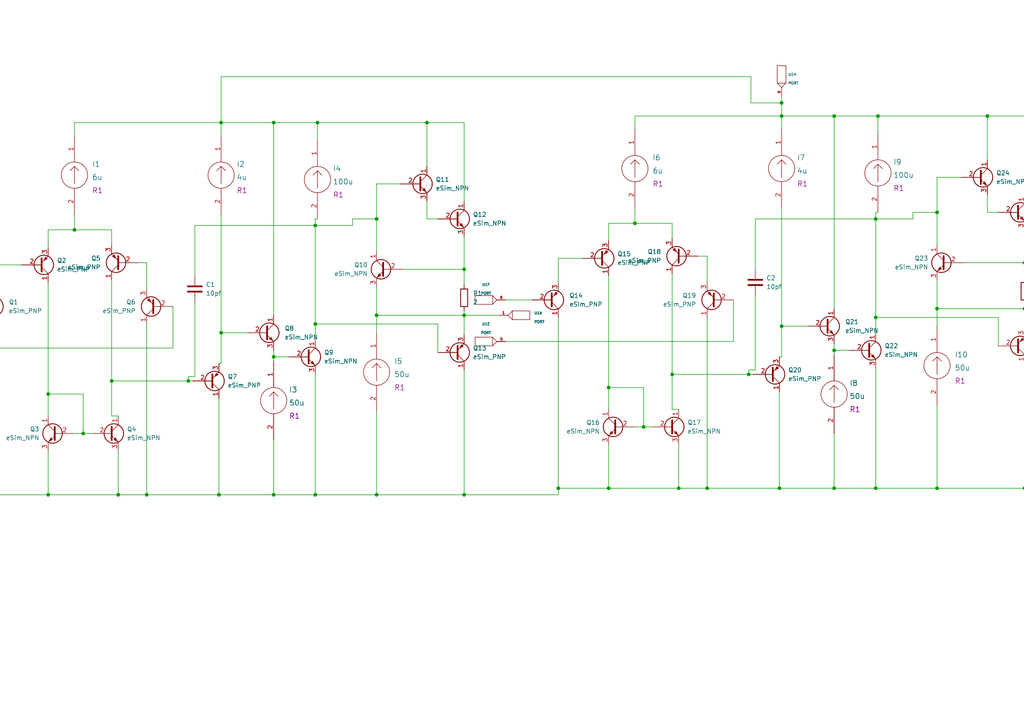
<source format=kicad_sch>
(kicad_sch (version 20211123) (generator eeschema)

  (uuid ee760597-95d2-49e5-bf20-ee03c0506bec)

  (paper "A4")

  (lib_symbols
    (symbol "eSim_Devices:capacitor" (pin_numbers hide) (pin_names (offset 0.254)) (in_bom yes) (on_board yes)
      (property "Reference" "C" (id 0) (at 0.635 2.54 0)
        (effects (font (size 1.27 1.27)) (justify left))
      )
      (property "Value" "capacitor" (id 1) (at 0.635 -2.54 0)
        (effects (font (size 1.27 1.27)) (justify left))
      )
      (property "Footprint" "" (id 2) (at 0.9652 -3.81 0)
        (effects (font (size 0.762 0.762)))
      )
      (property "Datasheet" "" (id 3) (at 0 0 0)
        (effects (font (size 1.524 1.524)))
      )
      (property "ki_fp_filters" "C_*" (id 4) (at 0 0 0)
        (effects (font (size 1.27 1.27)) hide)
      )
      (symbol "capacitor_0_1"
        (polyline
          (pts
            (xy -2.032 -0.762)
            (xy 2.032 -0.762)
          )
          (stroke (width 0.508) (type default) (color 0 0 0 0))
          (fill (type none))
        )
        (polyline
          (pts
            (xy -2.032 0.762)
            (xy 2.032 0.762)
          )
          (stroke (width 0.508) (type default) (color 0 0 0 0))
          (fill (type none))
        )
      )
      (symbol "capacitor_1_1"
        (pin passive line (at 0 3.81 270) (length 2.794)
          (name "~" (effects (font (size 1.016 1.016))))
          (number "1" (effects (font (size 1.016 1.016))))
        )
        (pin passive line (at 0 -3.81 90) (length 2.794)
          (name "~" (effects (font (size 1.016 1.016))))
          (number "2" (effects (font (size 1.016 1.016))))
        )
      )
    )
    (symbol "eSim_Devices:eSim_NPN" (pin_names (offset 0) hide) (in_bom yes) (on_board yes)
      (property "Reference" "Q" (id 0) (at -2.54 1.27 0)
        (effects (font (size 1.27 1.27)) (justify right))
      )
      (property "Value" "eSim_NPN" (id 1) (at -1.27 3.81 0)
        (effects (font (size 1.27 1.27)) (justify right))
      )
      (property "Footprint" "" (id 2) (at 5.08 2.54 0)
        (effects (font (size 0.7366 0.7366)))
      )
      (property "Datasheet" "" (id 3) (at 0 0 0)
        (effects (font (size 1.524 1.524)))
      )
      (symbol "eSim_NPN_0_1"
        (polyline
          (pts
            (xy 0.635 0.635)
            (xy 2.54 2.54)
          )
          (stroke (width 0) (type default) (color 0 0 0 0))
          (fill (type none))
        )
        (polyline
          (pts
            (xy 0.635 -0.635)
            (xy 2.54 -2.54)
            (xy 2.54 -2.54)
          )
          (stroke (width 0) (type default) (color 0 0 0 0))
          (fill (type none))
        )
        (polyline
          (pts
            (xy 0.635 1.905)
            (xy 0.635 -1.905)
            (xy 0.635 -1.905)
          )
          (stroke (width 0.508) (type default) (color 0 0 0 0))
          (fill (type none))
        )
        (polyline
          (pts
            (xy 1.27 -1.778)
            (xy 1.778 -1.27)
            (xy 2.286 -2.286)
            (xy 1.27 -1.778)
            (xy 1.27 -1.778)
          )
          (stroke (width 0) (type default) (color 0 0 0 0))
          (fill (type outline))
        )
        (circle (center 1.27 0) (radius 2.8194)
          (stroke (width 0.254) (type default) (color 0 0 0 0))
          (fill (type none))
        )
      )
      (symbol "eSim_NPN_1_1"
        (pin passive line (at 2.54 5.08 270) (length 2.54)
          (name "C" (effects (font (size 1.27 1.27))))
          (number "1" (effects (font (size 1.27 1.27))))
        )
        (pin passive line (at -5.08 0 0) (length 5.715)
          (name "B" (effects (font (size 1.27 1.27))))
          (number "2" (effects (font (size 1.27 1.27))))
        )
        (pin passive line (at 2.54 -5.08 90) (length 2.54)
          (name "E" (effects (font (size 1.27 1.27))))
          (number "3" (effects (font (size 1.27 1.27))))
        )
      )
    )
    (symbol "eSim_Devices:eSim_PNP" (pin_names (offset 0) hide) (in_bom yes) (on_board yes)
      (property "Reference" "Q" (id 0) (at -2.54 1.27 0)
        (effects (font (size 1.27 1.27)) (justify right))
      )
      (property "Value" "eSim_PNP" (id 1) (at -1.27 3.81 0)
        (effects (font (size 1.27 1.27)) (justify right))
      )
      (property "Footprint" "" (id 2) (at 5.08 2.54 0)
        (effects (font (size 0.7366 0.7366)))
      )
      (property "Datasheet" "" (id 3) (at 0 0 0)
        (effects (font (size 1.524 1.524)))
      )
      (symbol "eSim_PNP_0_1"
        (polyline
          (pts
            (xy 0.635 0.635)
            (xy 2.54 2.54)
          )
          (stroke (width 0) (type default) (color 0 0 0 0))
          (fill (type none))
        )
        (polyline
          (pts
            (xy 0.635 -0.635)
            (xy 2.54 -2.54)
            (xy 2.54 -2.54)
          )
          (stroke (width 0) (type default) (color 0 0 0 0))
          (fill (type none))
        )
        (polyline
          (pts
            (xy 0.635 1.905)
            (xy 0.635 -1.905)
            (xy 0.635 -1.905)
          )
          (stroke (width 0.508) (type default) (color 0 0 0 0))
          (fill (type none))
        )
        (polyline
          (pts
            (xy 2.286 -1.778)
            (xy 1.778 -2.286)
            (xy 1.27 -1.27)
            (xy 2.286 -1.778)
            (xy 2.286 -1.778)
          )
          (stroke (width 0) (type default) (color 0 0 0 0))
          (fill (type outline))
        )
        (circle (center 1.27 0) (radius 2.8194)
          (stroke (width 0.254) (type default) (color 0 0 0 0))
          (fill (type none))
        )
      )
      (symbol "eSim_PNP_1_1"
        (pin passive line (at 2.54 5.08 270) (length 2.54)
          (name "C" (effects (font (size 1.27 1.27))))
          (number "1" (effects (font (size 1.27 1.27))))
        )
        (pin passive line (at -5.08 0 0) (length 5.715)
          (name "B" (effects (font (size 1.27 1.27))))
          (number "2" (effects (font (size 1.27 1.27))))
        )
        (pin passive line (at 2.54 -5.08 90) (length 2.54)
          (name "E" (effects (font (size 1.27 1.27))))
          (number "3" (effects (font (size 1.27 1.27))))
        )
      )
    )
    (symbol "eSim_Devices:resistor" (pin_numbers hide) (pin_names (offset 0)) (in_bom yes) (on_board yes)
      (property "Reference" "R" (id 0) (at 1.27 3.302 0)
        (effects (font (size 1.27 1.27)))
      )
      (property "Value" "resistor" (id 1) (at 1.27 -1.27 0)
        (effects (font (size 1.27 1.27)))
      )
      (property "Footprint" "" (id 2) (at 1.27 -0.508 0)
        (effects (font (size 0.762 0.762)))
      )
      (property "Datasheet" "" (id 3) (at 1.27 1.27 90)
        (effects (font (size 0.762 0.762)))
      )
      (property "ki_fp_filters" "R_* Resistor_*" (id 4) (at 0 0 0)
        (effects (font (size 1.27 1.27)) hide)
      )
      (symbol "resistor_0_1"
        (rectangle (start 3.81 0.254) (end -1.27 2.286)
          (stroke (width 0.254) (type default) (color 0 0 0 0))
          (fill (type none))
        )
      )
      (symbol "resistor_1_1"
        (pin passive line (at -2.54 1.27 0) (length 1.27)
          (name "~" (effects (font (size 1.524 1.524))))
          (number "1" (effects (font (size 1.524 1.524))))
        )
        (pin passive line (at 5.08 1.27 180) (length 1.27)
          (name "~" (effects (font (size 1.524 1.524))))
          (number "2" (effects (font (size 1.524 1.524))))
        )
      )
    )
    (symbol "eSim_Miscellaneous:PORT" (pin_names (offset 1.016)) (in_bom yes) (on_board yes)
      (property "Reference" "U" (id 0) (at 1.27 2.54 0)
        (effects (font (size 0.762 0.762)))
      )
      (property "Value" "PORT" (id 1) (at 0 0 0)
        (effects (font (size 0.762 0.762)))
      )
      (property "Footprint" "" (id 2) (at 0 0 0)
        (effects (font (size 1.524 1.524)))
      )
      (property "Datasheet" "" (id 3) (at 0 0 0)
        (effects (font (size 1.524 1.524)))
      )
      (symbol "PORT_0_1"
        (rectangle (start -2.54 1.27) (end 2.54 -1.27)
          (stroke (width 0) (type default) (color 0 0 0 0))
          (fill (type none))
        )
        (arc (start 2.54 1.27) (mid 3.1355 0.5955) (end 3.81 0)
          (stroke (width 0) (type default) (color 0 0 0 0))
          (fill (type none))
        )
        (arc (start 3.81 0) (mid 3.1447 -0.6046) (end 2.54 -1.27)
          (stroke (width 0) (type default) (color 0 0 0 0))
          (fill (type none))
        )
      )
      (symbol "PORT_1_1"
        (pin bidirectional line (at 6.35 0 180) (length 2.54)
          (name "~" (effects (font (size 0.762 0.762))))
          (number "1" (effects (font (size 0.762 0.762))))
        )
      )
      (symbol "PORT_2_1"
        (pin bidirectional line (at 6.35 0 180) (length 2.54)
          (name "~" (effects (font (size 0.762 0.762))))
          (number "2" (effects (font (size 0.762 0.762))))
        )
      )
      (symbol "PORT_3_1"
        (pin bidirectional line (at 6.35 0 180) (length 2.54)
          (name "~" (effects (font (size 0.762 0.762))))
          (number "3" (effects (font (size 0.762 0.762))))
        )
      )
      (symbol "PORT_4_1"
        (pin bidirectional line (at 6.35 0 180) (length 2.54)
          (name "~" (effects (font (size 0.762 0.762))))
          (number "4" (effects (font (size 0.762 0.762))))
        )
      )
      (symbol "PORT_5_1"
        (pin bidirectional line (at 6.35 0 180) (length 2.54)
          (name "~" (effects (font (size 0.762 0.762))))
          (number "5" (effects (font (size 0.762 0.762))))
        )
      )
      (symbol "PORT_6_1"
        (pin bidirectional line (at 6.35 0 180) (length 2.54)
          (name "~" (effects (font (size 0.762 0.762))))
          (number "6" (effects (font (size 0.762 0.762))))
        )
      )
      (symbol "PORT_7_1"
        (pin bidirectional line (at 6.35 0 180) (length 2.54)
          (name "~" (effects (font (size 0.762 0.762))))
          (number "7" (effects (font (size 0.762 0.762))))
        )
      )
      (symbol "PORT_8_1"
        (pin bidirectional line (at 6.35 0 180) (length 2.54)
          (name "~" (effects (font (size 0.762 0.762))))
          (number "8" (effects (font (size 0.762 0.762))))
        )
      )
      (symbol "PORT_9_1"
        (pin bidirectional line (at 6.35 0 180) (length 2.54)
          (name "~" (effects (font (size 0.762 0.762))))
          (number "9" (effects (font (size 0.762 0.762))))
        )
      )
      (symbol "PORT_10_1"
        (pin bidirectional line (at 6.35 0 180) (length 2.54)
          (name "~" (effects (font (size 0.762 0.762))))
          (number "10" (effects (font (size 0.762 0.762))))
        )
      )
      (symbol "PORT_11_1"
        (pin bidirectional line (at 6.35 0 180) (length 2.54)
          (name "~" (effects (font (size 0.762 0.762))))
          (number "11" (effects (font (size 0.762 0.762))))
        )
      )
      (symbol "PORT_12_1"
        (pin bidirectional line (at 6.35 0 180) (length 2.54)
          (name "~" (effects (font (size 0.762 0.762))))
          (number "12" (effects (font (size 0.762 0.762))))
        )
      )
      (symbol "PORT_13_1"
        (pin bidirectional line (at 6.35 0 180) (length 2.54)
          (name "~" (effects (font (size 0.762 0.762))))
          (number "13" (effects (font (size 0.762 0.762))))
        )
      )
      (symbol "PORT_14_1"
        (pin bidirectional line (at 6.35 0 180) (length 2.54)
          (name "~" (effects (font (size 0.762 0.762))))
          (number "14" (effects (font (size 0.762 0.762))))
        )
      )
      (symbol "PORT_15_1"
        (pin bidirectional line (at 6.35 0 180) (length 2.54)
          (name "~" (effects (font (size 0.762 0.762))))
          (number "15" (effects (font (size 0.762 0.762))))
        )
      )
      (symbol "PORT_16_1"
        (pin bidirectional line (at 6.35 0 180) (length 2.54)
          (name "~" (effects (font (size 0.762 0.762))))
          (number "16" (effects (font (size 0.762 0.762))))
        )
      )
      (symbol "PORT_17_1"
        (pin bidirectional line (at 6.35 0 180) (length 2.54)
          (name "~" (effects (font (size 0.762 0.762))))
          (number "17" (effects (font (size 0.762 0.762))))
        )
      )
      (symbol "PORT_18_1"
        (pin bidirectional line (at 6.35 0 180) (length 2.54)
          (name "~" (effects (font (size 0.762 0.762))))
          (number "18" (effects (font (size 0.762 0.762))))
        )
      )
      (symbol "PORT_19_1"
        (pin bidirectional line (at 6.35 0 180) (length 2.54)
          (name "~" (effects (font (size 0.762 0.762))))
          (number "19" (effects (font (size 0.762 0.762))))
        )
      )
      (symbol "PORT_20_1"
        (pin bidirectional line (at 6.35 0 180) (length 2.54)
          (name "~" (effects (font (size 0.762 0.762))))
          (number "20" (effects (font (size 0.762 0.762))))
        )
      )
      (symbol "PORT_21_1"
        (pin bidirectional line (at 6.35 0 180) (length 2.54)
          (name "~" (effects (font (size 0.762 0.762))))
          (number "21" (effects (font (size 0.762 0.762))))
        )
      )
      (symbol "PORT_22_1"
        (pin bidirectional line (at 6.35 0 180) (length 2.54)
          (name "~" (effects (font (size 0.762 0.762))))
          (number "22" (effects (font (size 0.762 0.762))))
        )
      )
      (symbol "PORT_23_1"
        (pin bidirectional line (at 6.35 0 180) (length 2.54)
          (name "~" (effects (font (size 0.762 0.762))))
          (number "23" (effects (font (size 0.762 0.762))))
        )
      )
      (symbol "PORT_24_1"
        (pin bidirectional line (at 6.35 0 180) (length 2.54)
          (name "~" (effects (font (size 0.762 0.762))))
          (number "24" (effects (font (size 0.762 0.762))))
        )
      )
      (symbol "PORT_25_1"
        (pin bidirectional line (at 6.35 0 180) (length 2.54)
          (name "~" (effects (font (size 0.762 0.762))))
          (number "25" (effects (font (size 0.762 0.762))))
        )
      )
      (symbol "PORT_26_1"
        (pin bidirectional line (at 6.35 0 180) (length 2.54)
          (name "~" (effects (font (size 0.762 0.762))))
          (number "26" (effects (font (size 0.762 0.762))))
        )
      )
    )
    (symbol "eSim_Sources:dc" (pin_names (offset 1.016)) (in_bom yes) (on_board yes)
      (property "Reference" "I" (id 0) (at -5.08 2.54 0)
        (effects (font (size 1.524 1.524)))
      )
      (property "Value" "dc" (id 1) (at -5.08 -1.27 0)
        (effects (font (size 1.524 1.524)))
      )
      (property "Footprint" "R1" (id 2) (at -7.62 0 0)
        (effects (font (size 1.524 1.524)))
      )
      (property "Datasheet" "" (id 3) (at 0 0 0)
        (effects (font (size 1.524 1.524)))
      )
      (property "ki_fp_filters" "1_pin" (id 4) (at 0 0 0)
        (effects (font (size 1.27 1.27)) hide)
      )
      (symbol "dc_0_1"
        (polyline
          (pts
            (xy 0 -2.54)
            (xy 0 -2.54)
          )
          (stroke (width 0) (type default) (color 0 0 0 0))
          (fill (type none))
        )
        (polyline
          (pts
            (xy 0 2.54)
            (xy -1.27 1.27)
          )
          (stroke (width 0) (type default) (color 0 0 0 0))
          (fill (type none))
        )
        (polyline
          (pts
            (xy 0 2.54)
            (xy 0 -2.54)
          )
          (stroke (width 0) (type default) (color 0 0 0 0))
          (fill (type none))
        )
        (polyline
          (pts
            (xy 0 2.54)
            (xy 1.27 1.27)
          )
          (stroke (width 0) (type default) (color 0 0 0 0))
          (fill (type none))
        )
        (circle (center 0 0) (radius 3.81)
          (stroke (width 0) (type default) (color 0 0 0 0))
          (fill (type none))
        )
      )
      (symbol "dc_1_1"
        (pin passive line (at 0 11.43 270) (length 7.62)
          (name "~" (effects (font (size 1.27 1.27))))
          (number "1" (effects (font (size 1.27 1.27))))
        )
        (pin passive line (at 0 -11.43 90) (length 7.62)
          (name "~" (effects (font (size 1.27 1.27))))
          (number "2" (effects (font (size 1.27 1.27))))
        )
      )
    )
  )

  (junction (at 196.85 141.605) (diameter 0) (color 0 0 0 0)
    (uuid 01d93049-2587-4407-83d6-70de2a45d6cf)
  )
  (junction (at 32.385 110.49) (diameter 0) (color 0 0 0 0)
    (uuid 036a3b20-ac59-4cc5-a842-605934ad43f0)
  )
  (junction (at 254.635 33.655) (diameter 0) (color 0 0 0 0)
    (uuid 078669cc-80ce-4d83-bd27-1932fc4bcd59)
  )
  (junction (at 254 92.075) (diameter 0) (color 0 0 0 0)
    (uuid 15368190-5ba4-4b43-91a2-f74bb84bbe07)
  )
  (junction (at 297.18 76.2) (diameter 0) (color 0 0 0 0)
    (uuid 1c9839e2-0345-4f76-a53e-b3aa940c2621)
  )
  (junction (at 54.61 110.49) (diameter 0) (color 0 0 0 0)
    (uuid 1d1439e0-ed70-4823-82af-3c3547515366)
  )
  (junction (at 63.5 143.51) (diameter 0) (color 0 0 0 0)
    (uuid 22478a78-7448-4e01-ae14-b15a33e018c0)
  )
  (junction (at 13.97 114.3) (diameter 0) (color 0 0 0 0)
    (uuid 2661a9a8-9912-4ae8-be7d-4e6fd29a53f8)
  )
  (junction (at 286.385 33.655) (diameter 0) (color 0 0 0 0)
    (uuid 292883da-ebe7-4c1d-8bfd-d3d5adef51c5)
  )
  (junction (at 205.105 141.605) (diameter 0) (color 0 0 0 0)
    (uuid 2d1b39ff-5e6b-475b-9596-f96e1f5ea33f)
  )
  (junction (at 226.695 94.615) (diameter 0) (color 0 0 0 0)
    (uuid 2f656704-dc22-464e-975c-d45266abb2a1)
  )
  (junction (at 297.18 89.535) (diameter 0) (color 0 0 0 0)
    (uuid 2f847fdc-72c3-4fa4-b65c-fb0ecfc4188a)
  )
  (junction (at 64.135 35.56) (diameter 0) (color 0 0 0 0)
    (uuid 3168a6de-ef09-4f92-8f34-d1f938c296e9)
  )
  (junction (at 184.15 64.77) (diameter 0) (color 0 0 0 0)
    (uuid 33c739d0-0b2f-40f4-b58a-24752e8714c3)
  )
  (junction (at 226.695 33.655) (diameter 0) (color 0 0 0 0)
    (uuid 357f50f2-0245-4d83-b3e2-1ca68e92d9a3)
  )
  (junction (at 254 63.5) (diameter 0) (color 0 0 0 0)
    (uuid 379988c4-55b2-4cc8-ad57-0a960920a0fb)
  )
  (junction (at 271.78 89.535) (diameter 0) (color 0 0 0 0)
    (uuid 3b125f55-0054-4d6f-aba0-572e715bdf4c)
  )
  (junction (at 176.53 141.605) (diameter 0) (color 0 0 0 0)
    (uuid 4a716144-01dc-4e16-a416-fb6dc014604d)
  )
  (junction (at 91.44 143.51) (diameter 0) (color 0 0 0 0)
    (uuid 4d46ac7d-f134-4c6c-8e92-6fb8551f28d4)
  )
  (junction (at 297.18 141.605) (diameter 0) (color 0 0 0 0)
    (uuid 506b2b42-e8cd-4b23-bbb1-0274f387db52)
  )
  (junction (at 194.945 108.585) (diameter 0) (color 0 0 0 0)
    (uuid 5a20f185-3236-4bee-8831-c8f9c8ee4325)
  )
  (junction (at 79.375 103.505) (diameter 0) (color 0 0 0 0)
    (uuid 653d1df7-0025-4525-9ef1-489c8b3740f8)
  )
  (junction (at 226.06 141.605) (diameter 0) (color 0 0 0 0)
    (uuid 6b1617af-157e-4217-afa0-d39cff906e71)
  )
  (junction (at 13.97 143.51) (diameter 0) (color 0 0 0 0)
    (uuid 712dc2fb-a86d-499f-81a5-a2bcda802e0b)
  )
  (junction (at 186.69 123.825) (diameter 0) (color 0 0 0 0)
    (uuid 7d19a016-f5ca-4bfe-a56b-7cded9c7564c)
  )
  (junction (at 134.62 143.51) (diameter 0) (color 0 0 0 0)
    (uuid 7dd3d28a-ce11-44d1-9fd4-705ea25bab22)
  )
  (junction (at 24.13 125.73) (diameter 0) (color 0 0 0 0)
    (uuid 7eaff61d-d3d2-4477-96ea-e648cdccd987)
  )
  (junction (at 254 141.605) (diameter 0) (color 0 0 0 0)
    (uuid 84f6d8c0-73ea-4c2f-adcf-aecef385ffb9)
  )
  (junction (at 241.935 141.605) (diameter 0) (color 0 0 0 0)
    (uuid 913a5960-a234-495e-bb68-6da6c1925435)
  )
  (junction (at 109.22 143.51) (diameter 0) (color 0 0 0 0)
    (uuid 91c36f00-50f4-4eae-ab01-fa4813becc16)
  )
  (junction (at 64.135 96.52) (diameter 0) (color 0 0 0 0)
    (uuid 9412f509-eba1-46fb-a4ea-cbe6565a718b)
  )
  (junction (at 91.44 93.98) (diameter 0) (color 0 0 0 0)
    (uuid 94d463cf-3701-4566-83bf-3ac80a2528af)
  )
  (junction (at 271.78 141.605) (diameter 0) (color 0 0 0 0)
    (uuid 96cf5b50-d086-47cf-a55f-f2df6b990484)
  )
  (junction (at 92.075 35.56) (diameter 0) (color 0 0 0 0)
    (uuid 97cfa9f9-747c-4780-a1ce-b5de4e0ae3be)
  )
  (junction (at 79.375 143.51) (diameter 0) (color 0 0 0 0)
    (uuid 9c2f432f-8460-4f00-a00d-a7e12a41f268)
  )
  (junction (at 79.375 35.56) (diameter 0) (color 0 0 0 0)
    (uuid a248d685-1c9e-43ec-87a0-30b26fafb3f0)
  )
  (junction (at 134.62 91.44) (diameter 0) (color 0 0 0 0)
    (uuid a3c47c19-dcad-4105-910f-2cd2d800b19b)
  )
  (junction (at 241.935 101.6) (diameter 0) (color 0 0 0 0)
    (uuid ab736a81-24a8-49d1-ad98-7f8386f47afd)
  )
  (junction (at 21.59 66.675) (diameter 0) (color 0 0 0 0)
    (uuid be175187-37a7-4c5b-8c2a-8d3c312db380)
  )
  (junction (at 123.825 35.56) (diameter 0) (color 0 0 0 0)
    (uuid c12e0eeb-4137-46a0-b4c1-aa75f79759b0)
  )
  (junction (at 271.78 61.595) (diameter 0) (color 0 0 0 0)
    (uuid c1682474-7ec7-40ba-a359-2eaa849bcb58)
  )
  (junction (at 42.545 143.51) (diameter 0) (color 0 0 0 0)
    (uuid c233dab4-f829-46eb-b480-764b03ee1ef5)
  )
  (junction (at 91.44 65.405) (diameter 0) (color 0 0 0 0)
    (uuid c5b23e93-9e43-4bed-8388-f10159a5b3d2)
  )
  (junction (at 109.22 63.5) (diameter 0) (color 0 0 0 0)
    (uuid ce328c01-c979-4c2b-a141-2803cbc1d165)
  )
  (junction (at 217.17 108.585) (diameter 0) (color 0 0 0 0)
    (uuid dbe3461f-3c72-4e6a-bfce-9071c391abc6)
  )
  (junction (at 226.695 29.845) (diameter 0) (color 0 0 0 0)
    (uuid e4218b7b-d8dc-48a7-bb3d-1c7d36ec17ef)
  )
  (junction (at 161.925 141.605) (diameter 0) (color 0 0 0 0)
    (uuid eb5a7726-5361-4815-98cc-47156d5ac104)
  )
  (junction (at 241.935 33.655) (diameter 0) (color 0 0 0 0)
    (uuid ed4ac435-ee81-49b6-8e0d-4fada78f373a)
  )
  (junction (at 134.62 78.105) (diameter 0) (color 0 0 0 0)
    (uuid f04f412b-f583-4659-a898-cfa87b6512b5)
  )
  (junction (at 34.29 143.51) (diameter 0) (color 0 0 0 0)
    (uuid f12293d4-15a8-4332-a95c-11041891179c)
  )
  (junction (at 109.22 91.44) (diameter 0) (color 0 0 0 0)
    (uuid f62f959b-257d-47a2-bd40-c20262e51a60)
  )
  (junction (at 176.53 112.395) (diameter 0) (color 0 0 0 0)
    (uuid f649b805-4ee0-49ab-aaa2-85dc02ddc384)
  )

  (wire (pts (xy 79.375 103.505) (xy 83.82 103.505))
    (stroke (width 0) (type default) (color 0 0 0 0))
    (uuid 0235b7c9-58ca-44c9-a6c8-d3e837449416)
  )
  (wire (pts (xy 92.075 35.56) (xy 92.075 40.64))
    (stroke (width 0) (type default) (color 0 0 0 0))
    (uuid 02918689-c18c-4183-9ef5-61de94abc680)
  )
  (wire (pts (xy 64.135 62.23) (xy 64.135 96.52))
    (stroke (width 0) (type default) (color 0 0 0 0))
    (uuid 03c41974-6341-4d6c-8253-f78c8982cccb)
  )
  (wire (pts (xy 13.97 143.51) (xy 34.29 143.51))
    (stroke (width 0) (type default) (color 0 0 0 0))
    (uuid 03e5e00f-8619-450e-969f-c48c3f6bb14c)
  )
  (wire (pts (xy 194.945 64.77) (xy 194.945 69.215))
    (stroke (width 0) (type default) (color 0 0 0 0))
    (uuid 064379ad-c92c-4e07-8f9e-51f9d37b2953)
  )
  (wire (pts (xy 34.29 143.51) (xy 42.545 143.51))
    (stroke (width 0) (type default) (color 0 0 0 0))
    (uuid 06d69934-eddf-4015-8785-1d5be8709229)
  )
  (wire (pts (xy 161.925 81.915) (xy 161.925 74.93))
    (stroke (width 0) (type default) (color 0 0 0 0))
    (uuid 080241f3-cd68-4b95-9fca-ea466cc65923)
  )
  (wire (pts (xy 21.59 62.23) (xy 21.59 66.675))
    (stroke (width 0) (type default) (color 0 0 0 0))
    (uuid 089c3673-b879-4340-bed0-238811053506)
  )
  (wire (pts (xy 109.22 53.34) (xy 116.205 53.34))
    (stroke (width 0) (type default) (color 0 0 0 0))
    (uuid 0a74b902-5278-4379-aa11-ad34566d2770)
  )
  (wire (pts (xy 254 106.68) (xy 254 141.605))
    (stroke (width 0) (type default) (color 0 0 0 0))
    (uuid 0cd52e82-1fc1-4e6e-b921-03c22f6663b2)
  )
  (wire (pts (xy 254.635 33.655) (xy 254.635 38.735))
    (stroke (width 0) (type default) (color 0 0 0 0))
    (uuid 12315077-57be-47fc-86b3-3244f236df9c)
  )
  (wire (pts (xy 91.44 143.51) (xy 109.22 143.51))
    (stroke (width 0) (type default) (color 0 0 0 0))
    (uuid 13123cb6-1f16-47ab-a702-1096a50f3245)
  )
  (wire (pts (xy 91.44 98.425) (xy 91.44 93.98))
    (stroke (width 0) (type default) (color 0 0 0 0))
    (uuid 1438a0ab-25d1-4544-a9f4-7230e759c7d3)
  )
  (wire (pts (xy 146.685 86.995) (xy 154.305 86.995))
    (stroke (width 0) (type default) (color 0 0 0 0))
    (uuid 14e9f9da-eb31-4cf9-832d-abc9db063b90)
  )
  (wire (pts (xy 226.06 113.665) (xy 226.06 141.605))
    (stroke (width 0) (type default) (color 0 0 0 0))
    (uuid 18e9b41c-e416-4d92-963c-c11d655d6bd2)
  )
  (wire (pts (xy 109.22 91.44) (xy 134.62 91.44))
    (stroke (width 0) (type default) (color 0 0 0 0))
    (uuid 198a0ad1-20b7-4450-bb5f-6f1328eabd17)
  )
  (wire (pts (xy 196.85 141.605) (xy 205.105 141.605))
    (stroke (width 0) (type default) (color 0 0 0 0))
    (uuid 1b315bd9-47ef-4547-a69c-8809eb29e009)
  )
  (wire (pts (xy 186.69 123.825) (xy 189.23 123.825))
    (stroke (width 0) (type default) (color 0 0 0 0))
    (uuid 1d4012c1-d0bc-40ce-a5f8-2f7b7fb9ce45)
  )
  (wire (pts (xy 176.53 80.01) (xy 176.53 112.395))
    (stroke (width 0) (type default) (color 0 0 0 0))
    (uuid 1e32c1fb-60f2-4977-a0ff-3e0b499d185d)
  )
  (wire (pts (xy 271.78 61.595) (xy 271.78 51.435))
    (stroke (width 0) (type default) (color 0 0 0 0))
    (uuid 2279b4e3-031d-46ea-8f03-ed6e80848074)
  )
  (wire (pts (xy 184.15 37.465) (xy 184.15 33.655))
    (stroke (width 0) (type default) (color 0 0 0 0))
    (uuid 227c8df3-6cd8-473d-803c-4b774691d9cd)
  )
  (wire (pts (xy 194.945 118.745) (xy 196.85 118.745))
    (stroke (width 0) (type default) (color 0 0 0 0))
    (uuid 23c4c453-698b-4b8a-ab0e-cc70ae42ee2f)
  )
  (wire (pts (xy 134.62 35.56) (xy 134.62 58.42))
    (stroke (width 0) (type default) (color 0 0 0 0))
    (uuid 24258a25-e05c-43bc-999e-802f5141fd32)
  )
  (wire (pts (xy 134.62 78.105) (xy 134.62 82.55))
    (stroke (width 0) (type default) (color 0 0 0 0))
    (uuid 24c2a197-eea3-4a89-a341-b01dcc8e1c66)
  )
  (wire (pts (xy 254 92.075) (xy 254 63.5))
    (stroke (width 0) (type default) (color 0 0 0 0))
    (uuid 2868d4ef-e6d7-464f-b2ac-a3dbb225a2aa)
  )
  (wire (pts (xy 176.53 112.395) (xy 176.53 118.745))
    (stroke (width 0) (type default) (color 0 0 0 0))
    (uuid 2a611559-f0cd-4420-97f9-6781c09ba3c9)
  )
  (wire (pts (xy 226.695 94.615) (xy 226.695 103.505))
    (stroke (width 0) (type default) (color 0 0 0 0))
    (uuid 2a7b40bb-c0fc-48d7-9957-708831ad1720)
  )
  (wire (pts (xy 13.97 130.81) (xy 13.97 143.51))
    (stroke (width 0) (type default) (color 0 0 0 0))
    (uuid 2be40989-0d16-4d42-bdc4-8d7366a0e130)
  )
  (wire (pts (xy 271.78 89.535) (xy 297.18 89.535))
    (stroke (width 0) (type default) (color 0 0 0 0))
    (uuid 2e5f5d4c-a4a5-49f5-89ea-90bfd9ce42fd)
  )
  (wire (pts (xy 241.935 101.6) (xy 241.935 102.87))
    (stroke (width 0) (type default) (color 0 0 0 0))
    (uuid 3014e49d-ee6b-40af-8496-9bb5d8d46a8b)
  )
  (wire (pts (xy 24.13 125.73) (xy 26.67 125.73))
    (stroke (width 0) (type default) (color 0 0 0 0))
    (uuid 31b1dc56-c24a-4e59-ba67-7509ca0cdb02)
  )
  (wire (pts (xy -0.635 93.98) (xy -0.635 143.51))
    (stroke (width 0) (type default) (color 0 0 0 0))
    (uuid 31e3a23e-78e5-45b3-8727-3da4276ad43b)
  )
  (wire (pts (xy -0.635 143.51) (xy 13.97 143.51))
    (stroke (width 0) (type default) (color 0 0 0 0))
    (uuid 3205ab8d-b3c5-4769-8ecd-f7074b7d540f)
  )
  (wire (pts (xy 123.825 63.5) (xy 127 63.5))
    (stroke (width 0) (type default) (color 0 0 0 0))
    (uuid 3383a757-4d56-4563-8750-a53d57d590b4)
  )
  (wire (pts (xy 161.925 143.51) (xy 161.925 141.605))
    (stroke (width 0) (type default) (color 0 0 0 0))
    (uuid 3555faa3-395e-47b2-b868-9303e1f062fc)
  )
  (wire (pts (xy 184.15 33.655) (xy 226.695 33.655))
    (stroke (width 0) (type default) (color 0 0 0 0))
    (uuid 36ef0930-d93d-447a-ac0c-fa1e583d1afe)
  )
  (wire (pts (xy 109.22 91.44) (xy 109.22 96.52))
    (stroke (width 0) (type default) (color 0 0 0 0))
    (uuid 377f0528-d54a-4467-94c4-197982578a5a)
  )
  (wire (pts (xy 176.53 128.905) (xy 176.53 141.605))
    (stroke (width 0) (type default) (color 0 0 0 0))
    (uuid 37d744f5-1349-4579-b2dc-196ad4341727)
  )
  (wire (pts (xy 116.84 78.105) (xy 134.62 78.105))
    (stroke (width 0) (type default) (color 0 0 0 0))
    (uuid 397d27a2-0bef-4c9e-b399-6ab0f496bf6e)
  )
  (wire (pts (xy 56.515 80.01) (xy 56.515 65.405))
    (stroke (width 0) (type default) (color 0 0 0 0))
    (uuid 3a5716da-5166-4a7a-a9f5-40a46ff0ad57)
  )
  (wire (pts (xy 176.53 69.85) (xy 176.53 64.77))
    (stroke (width 0) (type default) (color 0 0 0 0))
    (uuid 3cc8a1f0-788e-4b92-98e4-613f0c5c2d2e)
  )
  (wire (pts (xy 161.925 141.605) (xy 176.53 141.605))
    (stroke (width 0) (type default) (color 0 0 0 0))
    (uuid 3ea3f3db-8bdd-4ff2-a549-1af9354e0eb6)
  )
  (wire (pts (xy 34.29 130.81) (xy 34.29 143.51))
    (stroke (width 0) (type default) (color 0 0 0 0))
    (uuid 40e424ac-309c-4025-b5aa-10943ff62ac2)
  )
  (wire (pts (xy 56.515 65.405) (xy 91.44 65.405))
    (stroke (width 0) (type default) (color 0 0 0 0))
    (uuid 41b47fb4-d0d3-45e1-9f3a-3cafd28ec74b)
  )
  (wire (pts (xy 13.97 114.3) (xy 24.13 114.3))
    (stroke (width 0) (type default) (color 0 0 0 0))
    (uuid 43a8c969-8530-4526-a88e-6cc2bd3d07e0)
  )
  (wire (pts (xy 64.135 96.52) (xy 71.755 96.52))
    (stroke (width 0) (type default) (color 0 0 0 0))
    (uuid 498c65b6-7480-43f5-a358-ba7ad74081d7)
  )
  (wire (pts (xy 217.805 22.225) (xy 217.805 29.845))
    (stroke (width 0) (type default) (color 0 0 0 0))
    (uuid 4a70c476-2ef1-42c6-bde3-920d87f38b14)
  )
  (wire (pts (xy 64.135 105.41) (xy 63.5 105.41))
    (stroke (width 0) (type default) (color 0 0 0 0))
    (uuid 4bc585b3-e406-48c2-822e-7def994a0d2d)
  )
  (wire (pts (xy 64.135 35.56) (xy 64.135 39.37))
    (stroke (width 0) (type default) (color 0 0 0 0))
    (uuid 4c828965-c6ad-479a-b563-0c9e6bc07461)
  )
  (wire (pts (xy 226.695 33.655) (xy 241.935 33.655))
    (stroke (width 0) (type default) (color 0 0 0 0))
    (uuid 4d251fd4-310d-4056-aaa2-768c0c1c0539)
  )
  (wire (pts (xy 42.545 93.98) (xy 42.545 143.51))
    (stroke (width 0) (type default) (color 0 0 0 0))
    (uuid 4de8aa9c-151b-48f1-83f9-74dd522f4e13)
  )
  (wire (pts (xy 219.075 63.5) (xy 254 63.5))
    (stroke (width 0) (type default) (color 0 0 0 0))
    (uuid 4e262388-d91e-4e7e-90e6-a26782921de2)
  )
  (wire (pts (xy 219.075 78.105) (xy 219.075 63.5))
    (stroke (width 0) (type default) (color 0 0 0 0))
    (uuid 4e7373a6-f5e4-4c8e-aa8f-a0b0e2d06509)
  )
  (wire (pts (xy 50.165 100.965) (xy -15.875 100.965))
    (stroke (width 0) (type default) (color 0 0 0 0))
    (uuid 54e307ca-56fa-46b4-85ed-5375206c0fda)
  )
  (wire (pts (xy 109.22 63.5) (xy 102.235 63.5))
    (stroke (width 0) (type default) (color 0 0 0 0))
    (uuid 553b6d51-f5a2-44b3-aeb3-5e6ef4ed9219)
  )
  (wire (pts (xy 40.005 76.2) (xy 42.545 76.2))
    (stroke (width 0) (type default) (color 0 0 0 0))
    (uuid 562f527b-93cf-4260-85e3-1507f9bc2577)
  )
  (wire (pts (xy 13.97 114.3) (xy 13.97 120.65))
    (stroke (width 0) (type default) (color 0 0 0 0))
    (uuid 56e5128f-d6d9-4068-82ba-c024dcfdcdac)
  )
  (wire (pts (xy 289.56 100.33) (xy 289.56 92.075))
    (stroke (width 0) (type default) (color 0 0 0 0))
    (uuid 5816caab-0169-420d-9d24-6273b5942779)
  )
  (wire (pts (xy 176.53 64.77) (xy 184.15 64.77))
    (stroke (width 0) (type default) (color 0 0 0 0))
    (uuid 58d3d35c-56bb-4ccb-a90c-c9df07b067be)
  )
  (wire (pts (xy 241.935 33.655) (xy 241.935 89.535))
    (stroke (width 0) (type default) (color 0 0 0 0))
    (uuid 595b3ca2-4ed0-4760-8609-01b8e638c03d)
  )
  (wire (pts (xy 297.18 33.655) (xy 297.18 56.515))
    (stroke (width 0) (type default) (color 0 0 0 0))
    (uuid 5b8560f8-84ab-484a-b698-57b985ab78b0)
  )
  (wire (pts (xy 226.695 60.325) (xy 226.695 94.615))
    (stroke (width 0) (type default) (color 0 0 0 0))
    (uuid 5c3c5bc0-64f2-4b0b-bbfc-ba388c8518c8)
  )
  (wire (pts (xy 226.695 29.845) (xy 226.695 33.655))
    (stroke (width 0) (type default) (color 0 0 0 0))
    (uuid 5dbdbf49-3cf8-46f3-a5bd-871a3b16debb)
  )
  (wire (pts (xy 286.385 61.595) (xy 289.56 61.595))
    (stroke (width 0) (type default) (color 0 0 0 0))
    (uuid 5e458361-6079-4da8-bced-6df5c74b7c20)
  )
  (wire (pts (xy 32.385 110.49) (xy 54.61 110.49))
    (stroke (width 0) (type default) (color 0 0 0 0))
    (uuid 5eb8f3d0-b3a8-4ea6-b331-e250ac9e93c0)
  )
  (wire (pts (xy 254 63.5) (xy 254 61.595))
    (stroke (width 0) (type default) (color 0 0 0 0))
    (uuid 60b5f7c1-b17f-47c9-ab61-a019fa858c49)
  )
  (wire (pts (xy 286.385 33.655) (xy 286.385 46.355))
    (stroke (width 0) (type default) (color 0 0 0 0))
    (uuid 62e84c9c-dbbc-41ba-ab21-357e3a98743f)
  )
  (wire (pts (xy 205.105 141.605) (xy 226.06 141.605))
    (stroke (width 0) (type default) (color 0 0 0 0))
    (uuid 66143f97-ef4e-41de-9d7a-61f2ca6eaa20)
  )
  (wire (pts (xy 134.62 91.44) (xy 134.62 97.155))
    (stroke (width 0) (type default) (color 0 0 0 0))
    (uuid 66be2a64-fd72-44dc-99e8-9df23109ef1b)
  )
  (wire (pts (xy 241.935 33.655) (xy 254.635 33.655))
    (stroke (width 0) (type default) (color 0 0 0 0))
    (uuid 6790b76b-3d4a-442d-969e-bc7d8be06f6e)
  )
  (wire (pts (xy 32.385 120.65) (xy 34.29 120.65))
    (stroke (width 0) (type default) (color 0 0 0 0))
    (uuid 67bcb0f8-ea7e-48a8-b881-32232eca9d14)
  )
  (wire (pts (xy 109.22 119.38) (xy 109.22 143.51))
    (stroke (width 0) (type default) (color 0 0 0 0))
    (uuid 68b9c837-632e-4eb6-b8e5-620264b60dff)
  )
  (wire (pts (xy 21.59 39.37) (xy 21.59 35.56))
    (stroke (width 0) (type default) (color 0 0 0 0))
    (uuid 691a1eea-f1f5-4a4d-b519-76b288381273)
  )
  (wire (pts (xy 54.61 110.49) (xy 55.88 110.49))
    (stroke (width 0) (type default) (color 0 0 0 0))
    (uuid 692e10e6-41f3-4b5a-b217-5412c3a368ee)
  )
  (wire (pts (xy 176.53 112.395) (xy 186.69 112.395))
    (stroke (width 0) (type default) (color 0 0 0 0))
    (uuid 6c0b2f97-1422-4306-a158-a3a0e4ce4372)
  )
  (wire (pts (xy 194.945 79.375) (xy 194.945 108.585))
    (stroke (width 0) (type default) (color 0 0 0 0))
    (uuid 6c440304-331a-45e2-9f34-90076887e4c6)
  )
  (wire (pts (xy 271.78 89.535) (xy 271.78 94.615))
    (stroke (width 0) (type default) (color 0 0 0 0))
    (uuid 6c951445-bc6d-4748-895d-1e79a9b18e9e)
  )
  (wire (pts (xy 271.78 141.605) (xy 297.18 141.605))
    (stroke (width 0) (type default) (color 0 0 0 0))
    (uuid 6ca3257a-e581-429a-b18b-4ccae2a956c8)
  )
  (wire (pts (xy 217.17 107.315) (xy 217.17 108.585))
    (stroke (width 0) (type default) (color 0 0 0 0))
    (uuid 6d584bc3-110c-4ce6-8a2f-d385fb56b854)
  )
  (wire (pts (xy 63.5 143.51) (xy 79.375 143.51))
    (stroke (width 0) (type default) (color 0 0 0 0))
    (uuid 6e4f8240-e130-4351-9ae0-22de7b384721)
  )
  (wire (pts (xy 91.44 93.98) (xy 91.44 65.405))
    (stroke (width 0) (type default) (color 0 0 0 0))
    (uuid 6f6e1255-7f51-4ad3-ae9a-dcaa07314332)
  )
  (wire (pts (xy 127 102.235) (xy 127 93.98))
    (stroke (width 0) (type default) (color 0 0 0 0))
    (uuid 70707fc2-a28a-4a3a-902d-8e18006bfe35)
  )
  (wire (pts (xy 254 96.52) (xy 254 92.075))
    (stroke (width 0) (type default) (color 0 0 0 0))
    (uuid 743fd0be-574c-475f-9733-806bf3911cdb)
  )
  (wire (pts (xy 271.78 51.435) (xy 278.765 51.435))
    (stroke (width 0) (type default) (color 0 0 0 0))
    (uuid 74d9ae23-3bc5-46ea-a05b-91fa0072aabd)
  )
  (wire (pts (xy 54.61 109.22) (xy 54.61 110.49))
    (stroke (width 0) (type default) (color 0 0 0 0))
    (uuid 758a33c3-b36c-4488-bc64-ac3543ea9d43)
  )
  (wire (pts (xy 226.695 94.615) (xy 234.315 94.615))
    (stroke (width 0) (type default) (color 0 0 0 0))
    (uuid 769cbf7b-9993-4c39-ae72-9e513eee5bcb)
  )
  (wire (pts (xy 212.725 99.06) (xy 146.685 99.06))
    (stroke (width 0) (type default) (color 0 0 0 0))
    (uuid 79e02537-10a2-4f43-8cc8-b5e41e91cb25)
  )
  (wire (pts (xy 24.13 114.3) (xy 24.13 125.73))
    (stroke (width 0) (type default) (color 0 0 0 0))
    (uuid 7b503f5b-db8d-49d6-b067-1008b0d185c2)
  )
  (wire (pts (xy 297.18 141.605) (xy 297.18 105.41))
    (stroke (width 0) (type default) (color 0 0 0 0))
    (uuid 7ba554c2-7faf-43d6-802b-78845426728d)
  )
  (wire (pts (xy 32.385 110.49) (xy 32.385 120.65))
    (stroke (width 0) (type default) (color 0 0 0 0))
    (uuid 7cd459cd-6bc2-4140-ba6b-466bb81e61d1)
  )
  (wire (pts (xy 205.105 92.075) (xy 205.105 141.605))
    (stroke (width 0) (type default) (color 0 0 0 0))
    (uuid 7eeb694d-548a-4fd7-92a6-3b2dc77e0eda)
  )
  (wire (pts (xy 50.165 88.9) (xy 50.165 100.965))
    (stroke (width 0) (type default) (color 0 0 0 0))
    (uuid 80a32c02-1216-43c9-b8d0-b5073fd2e69c)
  )
  (wire (pts (xy 254 141.605) (xy 271.78 141.605))
    (stroke (width 0) (type default) (color 0 0 0 0))
    (uuid 810cdd2c-7516-4ada-98ad-c7c139eb6f4e)
  )
  (wire (pts (xy 176.53 141.605) (xy 196.85 141.605))
    (stroke (width 0) (type default) (color 0 0 0 0))
    (uuid 8241db8a-ca36-4ef5-9bf3-38ac62c7ba71)
  )
  (wire (pts (xy 123.825 35.56) (xy 134.62 35.56))
    (stroke (width 0) (type default) (color 0 0 0 0))
    (uuid 845a40fd-5fad-4332-aa11-159369459841)
  )
  (wire (pts (xy 123.825 58.42) (xy 123.825 63.5))
    (stroke (width 0) (type default) (color 0 0 0 0))
    (uuid 866b18a1-7bed-4e1f-9a44-0ef7622fdfc3)
  )
  (wire (pts (xy 56.515 109.22) (xy 54.61 109.22))
    (stroke (width 0) (type default) (color 0 0 0 0))
    (uuid 86a3a7ad-d6a6-4a94-962e-2a1e24e615c7)
  )
  (wire (pts (xy 297.18 76.2) (xy 297.18 80.645))
    (stroke (width 0) (type default) (color 0 0 0 0))
    (uuid 899007f7-5b2a-496e-af7e-ed992fb12d22)
  )
  (wire (pts (xy 264.795 63.5) (xy 254 63.5))
    (stroke (width 0) (type default) (color 0 0 0 0))
    (uuid 89eab67b-0583-4f9a-ac78-97e019dbb72e)
  )
  (wire (pts (xy 226.695 27.94) (xy 226.695 29.845))
    (stroke (width 0) (type default) (color 0 0 0 0))
    (uuid 8aeab44c-38db-4a51-9d96-15cbcfd9005f)
  )
  (wire (pts (xy 297.18 88.265) (xy 297.18 89.535))
    (stroke (width 0) (type default) (color 0 0 0 0))
    (uuid 8b034b45-039a-46d2-8478-8e32d2a8c4a8)
  )
  (wire (pts (xy 297.18 89.535) (xy 307.34 89.535))
    (stroke (width 0) (type default) (color 0 0 0 0))
    (uuid 8b7b5cd6-99ad-4ddf-a941-d586a44e15c2)
  )
  (wire (pts (xy 254.635 33.655) (xy 286.385 33.655))
    (stroke (width 0) (type default) (color 0 0 0 0))
    (uuid 8b97d7da-9080-42fd-80e8-308cad8ec76f)
  )
  (wire (pts (xy 271.78 61.595) (xy 264.795 61.595))
    (stroke (width 0) (type default) (color 0 0 0 0))
    (uuid 8f59d708-23e7-47b3-ac4f-4c765aabe127)
  )
  (wire (pts (xy 92.075 35.56) (xy 123.825 35.56))
    (stroke (width 0) (type default) (color 0 0 0 0))
    (uuid 91a1658d-5797-408f-ac44-09b7e460085c)
  )
  (wire (pts (xy -0.635 83.82) (xy -0.635 76.835))
    (stroke (width 0) (type default) (color 0 0 0 0))
    (uuid 9329e225-946b-430a-a313-6f2362903c3f)
  )
  (wire (pts (xy 42.545 76.2) (xy 42.545 83.82))
    (stroke (width 0) (type default) (color 0 0 0 0))
    (uuid 94247f0f-51f3-44a6-abe2-e1e43a3d3dad)
  )
  (wire (pts (xy 194.945 108.585) (xy 217.17 108.585))
    (stroke (width 0) (type default) (color 0 0 0 0))
    (uuid 96e4c910-aa75-4c35-ba8b-f1f1754117a4)
  )
  (wire (pts (xy 91.44 63.5) (xy 92.075 63.5))
    (stroke (width 0) (type default) (color 0 0 0 0))
    (uuid 98ea6d77-8a8e-4bff-9e7a-9b2ab6236387)
  )
  (wire (pts (xy 109.22 63.5) (xy 109.22 53.34))
    (stroke (width 0) (type default) (color 0 0 0 0))
    (uuid 992b837b-ffa7-47fb-8dc0-b14e601aedcd)
  )
  (wire (pts (xy 196.85 128.905) (xy 196.85 141.605))
    (stroke (width 0) (type default) (color 0 0 0 0))
    (uuid 9b34dc07-d14a-4922-9fb1-2834a8138a4d)
  )
  (wire (pts (xy 161.925 92.075) (xy 161.925 141.605))
    (stroke (width 0) (type default) (color 0 0 0 0))
    (uuid 9bdbdb1c-a9f8-434c-980e-d7cf9f3bb99e)
  )
  (wire (pts (xy 241.935 125.73) (xy 241.935 141.605))
    (stroke (width 0) (type default) (color 0 0 0 0))
    (uuid 9bf2ef27-1767-42fb-83b4-eb55e758fec3)
  )
  (wire (pts (xy 202.565 74.295) (xy 205.105 74.295))
    (stroke (width 0) (type default) (color 0 0 0 0))
    (uuid 9c9bf34e-891c-435b-bb09-8c6242cb78fe)
  )
  (wire (pts (xy 79.375 101.6) (xy 79.375 103.505))
    (stroke (width 0) (type default) (color 0 0 0 0))
    (uuid 9e293d97-8057-43b9-9ba1-584584fa88ce)
  )
  (wire (pts (xy 271.78 61.595) (xy 271.78 71.12))
    (stroke (width 0) (type default) (color 0 0 0 0))
    (uuid a0cbc1b1-75e7-45e8-aec6-c48039ffcb70)
  )
  (wire (pts (xy 63.5 115.57) (xy 63.5 143.51))
    (stroke (width 0) (type default) (color 0 0 0 0))
    (uuid a3ad8613-1a16-4112-b23e-a299c6ceb318)
  )
  (wire (pts (xy 241.935 101.6) (xy 246.38 101.6))
    (stroke (width 0) (type default) (color 0 0 0 0))
    (uuid a5ffdfa8-39e5-47c7-9cc3-0a355ae9bdac)
  )
  (wire (pts (xy 56.515 87.63) (xy 56.515 109.22))
    (stroke (width 0) (type default) (color 0 0 0 0))
    (uuid a88eed23-6584-4709-ba6d-3f10a4b042fc)
  )
  (wire (pts (xy 32.385 81.28) (xy 32.385 110.49))
    (stroke (width 0) (type default) (color 0 0 0 0))
    (uuid ad661b5e-bd8d-4b7a-b2bc-f41564a86cc7)
  )
  (wire (pts (xy 217.805 29.845) (xy 226.695 29.845))
    (stroke (width 0) (type default) (color 0 0 0 0))
    (uuid add9ffaa-8c67-4a96-a5cc-e973f6ce9597)
  )
  (wire (pts (xy 219.075 107.315) (xy 217.17 107.315))
    (stroke (width 0) (type default) (color 0 0 0 0))
    (uuid aecb77f9-3f2a-4983-adcc-af73c14b25a6)
  )
  (wire (pts (xy 79.375 143.51) (xy 91.44 143.51))
    (stroke (width 0) (type default) (color 0 0 0 0))
    (uuid af0791f7-ee93-47ee-91c1-d6291af13366)
  )
  (wire (pts (xy 241.935 99.695) (xy 241.935 101.6))
    (stroke (width 0) (type default) (color 0 0 0 0))
    (uuid af4ecac5-9207-48ea-a0ba-e919f2f6b125)
  )
  (wire (pts (xy 79.375 35.56) (xy 79.375 91.44))
    (stroke (width 0) (type default) (color 0 0 0 0))
    (uuid b0f51840-e312-45a4-a3f7-d20c19e939a7)
  )
  (wire (pts (xy 109.22 63.5) (xy 109.22 73.025))
    (stroke (width 0) (type default) (color 0 0 0 0))
    (uuid b1c741f3-5661-4923-8d26-f409ca7dbd21)
  )
  (wire (pts (xy 264.795 61.595) (xy 264.795 63.5))
    (stroke (width 0) (type default) (color 0 0 0 0))
    (uuid b4f46110-e9aa-4319-bce7-5cf7caeadaeb)
  )
  (wire (pts (xy 127 93.98) (xy 91.44 93.98))
    (stroke (width 0) (type default) (color 0 0 0 0))
    (uuid b5463513-85d5-42bf-914d-adcb3134431b)
  )
  (wire (pts (xy 226.06 141.605) (xy 241.935 141.605))
    (stroke (width 0) (type default) (color 0 0 0 0))
    (uuid b5a7db90-5df0-416b-b032-5c3e00436202)
  )
  (wire (pts (xy 79.375 103.505) (xy 79.375 104.775))
    (stroke (width 0) (type default) (color 0 0 0 0))
    (uuid b73a1cec-0839-4e28-aa96-e0cbde535867)
  )
  (wire (pts (xy 21.59 66.675) (xy 32.385 66.675))
    (stroke (width 0) (type default) (color 0 0 0 0))
    (uuid b7c54468-1820-448c-bb5b-7f5654cc3a7f)
  )
  (wire (pts (xy 64.135 35.56) (xy 79.375 35.56))
    (stroke (width 0) (type default) (color 0 0 0 0))
    (uuid b833a924-9c68-4d24-a107-712e2bab5313)
  )
  (wire (pts (xy -0.635 76.835) (xy 6.35 76.835))
    (stroke (width 0) (type default) (color 0 0 0 0))
    (uuid b8fa97c6-6bad-451b-933a-a7aaaf00343b)
  )
  (wire (pts (xy 271.78 117.475) (xy 271.78 141.605))
    (stroke (width 0) (type default) (color 0 0 0 0))
    (uuid ba318cbf-ffe0-4f89-88ee-6e83eb5cb3a3)
  )
  (wire (pts (xy 226.695 103.505) (xy 226.06 103.505))
    (stroke (width 0) (type default) (color 0 0 0 0))
    (uuid bd593166-6e69-492b-b3c1-d0b3765cafa7)
  )
  (wire (pts (xy 134.62 68.58) (xy 134.62 78.105))
    (stroke (width 0) (type default) (color 0 0 0 0))
    (uuid be02e42a-bb35-4612-89c8-580834092cec)
  )
  (wire (pts (xy 21.59 35.56) (xy 64.135 35.56))
    (stroke (width 0) (type default) (color 0 0 0 0))
    (uuid be5abe97-42c6-461c-85bb-36a38a66dc20)
  )
  (wire (pts (xy 64.135 96.52) (xy 64.135 105.41))
    (stroke (width 0) (type default) (color 0 0 0 0))
    (uuid bea754ac-6a1e-4a91-a0f2-ff93669b4ef5)
  )
  (wire (pts (xy 279.4 76.2) (xy 297.18 76.2))
    (stroke (width 0) (type default) (color 0 0 0 0))
    (uuid c0025036-ff13-4255-99dd-18d0ccf3efb3)
  )
  (wire (pts (xy 91.44 108.585) (xy 91.44 143.51))
    (stroke (width 0) (type default) (color 0 0 0 0))
    (uuid c19dc329-9dd2-4127-9d7b-70acd626febe)
  )
  (wire (pts (xy 226.695 33.655) (xy 226.695 37.465))
    (stroke (width 0) (type default) (color 0 0 0 0))
    (uuid c1a6de09-4e87-4580-9f5e-2cfd660690eb)
  )
  (wire (pts (xy 134.62 143.51) (xy 134.62 107.315))
    (stroke (width 0) (type default) (color 0 0 0 0))
    (uuid c3f5f0e7-5abd-4956-a4c1-d607fda8d15c)
  )
  (wire (pts (xy 194.945 108.585) (xy 194.945 118.745))
    (stroke (width 0) (type default) (color 0 0 0 0))
    (uuid c5f2ae4d-ba89-4995-956b-59fa94f0d384)
  )
  (wire (pts (xy 134.62 90.17) (xy 134.62 91.44))
    (stroke (width 0) (type default) (color 0 0 0 0))
    (uuid c64ca9d9-d639-4998-81de-2aa4b591470e)
  )
  (wire (pts (xy 217.17 108.585) (xy 218.44 108.585))
    (stroke (width 0) (type default) (color 0 0 0 0))
    (uuid c6587122-01e7-44d0-9046-0c16dfcfebf1)
  )
  (wire (pts (xy 21.59 125.73) (xy 24.13 125.73))
    (stroke (width 0) (type default) (color 0 0 0 0))
    (uuid c6766cb4-fef2-49de-9253-71a0e7b81211)
  )
  (wire (pts (xy 13.97 81.915) (xy 13.97 114.3))
    (stroke (width 0) (type default) (color 0 0 0 0))
    (uuid c6786b86-866b-486e-9e8b-81ece50dbcd9)
  )
  (wire (pts (xy 184.15 60.325) (xy 184.15 64.77))
    (stroke (width 0) (type default) (color 0 0 0 0))
    (uuid c697ef95-5a68-4c1b-870e-e4703b9420ea)
  )
  (wire (pts (xy 134.62 143.51) (xy 161.925 143.51))
    (stroke (width 0) (type default) (color 0 0 0 0))
    (uuid c727b411-7ea4-4e2a-a20a-6275d4f2b6d0)
  )
  (wire (pts (xy 205.105 74.295) (xy 205.105 81.915))
    (stroke (width 0) (type default) (color 0 0 0 0))
    (uuid c949221c-70f8-4f44-8be5-e054ea2e297e)
  )
  (wire (pts (xy 297.18 141.605) (xy 300.99 141.605))
    (stroke (width 0) (type default) (color 0 0 0 0))
    (uuid ce45c289-a8c7-4033-aac3-13cdfdddba71)
  )
  (wire (pts (xy 184.15 64.77) (xy 194.945 64.77))
    (stroke (width 0) (type default) (color 0 0 0 0))
    (uuid d62f2588-5eca-4cf9-b340-d12c81aa16b6)
  )
  (wire (pts (xy 254 61.595) (xy 254.635 61.595))
    (stroke (width 0) (type default) (color 0 0 0 0))
    (uuid d7f69c7a-a2d5-46a7-a44c-c09594c40848)
  )
  (wire (pts (xy 102.235 65.405) (xy 91.44 65.405))
    (stroke (width 0) (type default) (color 0 0 0 0))
    (uuid d956af9c-076a-433f-9290-c3216e3340ec)
  )
  (wire (pts (xy 286.385 56.515) (xy 286.385 61.595))
    (stroke (width 0) (type default) (color 0 0 0 0))
    (uuid dbf976f7-1fd7-46ce-be84-c255f3a7eab5)
  )
  (wire (pts (xy 134.62 91.44) (xy 144.78 91.44))
    (stroke (width 0) (type default) (color 0 0 0 0))
    (uuid dca3023c-a103-4586-8fbc-e6bb42aaad2c)
  )
  (wire (pts (xy -15.875 88.9) (xy -8.255 88.9))
    (stroke (width 0) (type default) (color 0 0 0 0))
    (uuid de20033a-56d9-4b6d-9ee7-1784df908865)
  )
  (wire (pts (xy 79.375 127.635) (xy 79.375 143.51))
    (stroke (width 0) (type default) (color 0 0 0 0))
    (uuid df3bb9d0-eae3-4d03-bd81-d49ad75758ef)
  )
  (wire (pts (xy 109.22 83.185) (xy 109.22 91.44))
    (stroke (width 0) (type default) (color 0 0 0 0))
    (uuid df7be40e-1f82-4031-a9dd-d58c281208a9)
  )
  (wire (pts (xy 286.385 33.655) (xy 297.18 33.655))
    (stroke (width 0) (type default) (color 0 0 0 0))
    (uuid e022b8e7-09c4-4913-b09e-4dbfd5077492)
  )
  (wire (pts (xy 109.22 143.51) (xy 134.62 143.51))
    (stroke (width 0) (type default) (color 0 0 0 0))
    (uuid e1811c24-a998-4f8a-a990-7a3d13d70d4d)
  )
  (wire (pts (xy 186.69 112.395) (xy 186.69 123.825))
    (stroke (width 0) (type default) (color 0 0 0 0))
    (uuid e2f1bda9-45e3-4c26-8b17-d4bd5f1ff2aa)
  )
  (wire (pts (xy 32.385 66.675) (xy 32.385 71.12))
    (stroke (width 0) (type default) (color 0 0 0 0))
    (uuid e46ed025-4703-40e1-9c67-dacc8ae2a1cd)
  )
  (wire (pts (xy 219.075 85.725) (xy 219.075 107.315))
    (stroke (width 0) (type default) (color 0 0 0 0))
    (uuid e67d2f33-4c05-4c4d-b14a-3b4a503177a7)
  )
  (wire (pts (xy 91.44 65.405) (xy 91.44 63.5))
    (stroke (width 0) (type default) (color 0 0 0 0))
    (uuid e7169292-dc57-44f9-8d7c-674ddc480693)
  )
  (wire (pts (xy 102.235 63.5) (xy 102.235 65.405))
    (stroke (width 0) (type default) (color 0 0 0 0))
    (uuid e7618d6b-0840-4437-b880-7d73ce5b9dc9)
  )
  (wire (pts (xy 64.135 22.225) (xy 217.805 22.225))
    (stroke (width 0) (type default) (color 0 0 0 0))
    (uuid e808afbb-cb09-4efb-979c-73de038df245)
  )
  (wire (pts (xy 13.97 66.675) (xy 21.59 66.675))
    (stroke (width 0) (type default) (color 0 0 0 0))
    (uuid e80c0094-79aa-429d-9c58-4014b5cb8d7c)
  )
  (wire (pts (xy 13.97 71.755) (xy 13.97 66.675))
    (stroke (width 0) (type default) (color 0 0 0 0))
    (uuid e8de7235-ddbe-4715-86b4-69a529b3e94a)
  )
  (wire (pts (xy 241.935 141.605) (xy 254 141.605))
    (stroke (width 0) (type default) (color 0 0 0 0))
    (uuid ec8a56f5-82eb-4608-95a0-195d7faf0978)
  )
  (wire (pts (xy 123.825 35.56) (xy 123.825 48.26))
    (stroke (width 0) (type default) (color 0 0 0 0))
    (uuid ed991a5a-8b63-497d-a7e0-b8fb20c1e852)
  )
  (wire (pts (xy 79.375 35.56) (xy 92.075 35.56))
    (stroke (width 0) (type default) (color 0 0 0 0))
    (uuid eda9476c-2691-4d4d-9012-dcb7005b39a8)
  )
  (wire (pts (xy 161.925 74.93) (xy 168.91 74.93))
    (stroke (width 0) (type default) (color 0 0 0 0))
    (uuid f245f21a-16d8-454b-a94c-aaf4508abf44)
  )
  (wire (pts (xy 42.545 143.51) (xy 63.5 143.51))
    (stroke (width 0) (type default) (color 0 0 0 0))
    (uuid f306a60a-fa53-48be-ab60-73ad7c7a8c42)
  )
  (wire (pts (xy 271.78 81.28) (xy 271.78 89.535))
    (stroke (width 0) (type default) (color 0 0 0 0))
    (uuid f3f02d13-977f-4d5e-bbaa-056ee518cfba)
  )
  (wire (pts (xy 289.56 92.075) (xy 254 92.075))
    (stroke (width 0) (type default) (color 0 0 0 0))
    (uuid f43b0015-a8aa-4825-90c8-bb1b8246210d)
  )
  (wire (pts (xy 297.18 89.535) (xy 297.18 95.25))
    (stroke (width 0) (type default) (color 0 0 0 0))
    (uuid f92b9833-166b-4d6d-83bd-bfa10abe824d)
  )
  (wire (pts (xy 64.135 22.225) (xy 64.135 35.56))
    (stroke (width 0) (type default) (color 0 0 0 0))
    (uuid f9798562-e3b3-4858-8d17-73856789e91c)
  )
  (wire (pts (xy 184.15 123.825) (xy 186.69 123.825))
    (stroke (width 0) (type default) (color 0 0 0 0))
    (uuid fafc6bee-4a5d-4377-9863-b1cb8b9f285c)
  )
  (wire (pts (xy 297.18 66.675) (xy 297.18 76.2))
    (stroke (width 0) (type default) (color 0 0 0 0))
    (uuid fb4fa301-814d-4855-bfc9-a70f4bcd8464)
  )
  (wire (pts (xy 212.725 86.995) (xy 212.725 99.06))
    (stroke (width 0) (type default) (color 0 0 0 0))
    (uuid fda90755-979b-4cc2-8100-b8f0bdd5ea2e)
  )

  (symbol (lib_id "eSim_Devices:eSim_PNP") (at 132.08 102.235 0) (mirror x) (unit 1)
    (in_bom yes) (on_board yes) (fields_autoplaced)
    (uuid 0327345b-264b-4885-a26b-3e5d08f1782b)
    (property "Reference" "Q13" (id 0) (at 137.16 100.9649 0)
      (effects (font (size 1.27 1.27)) (justify left))
    )
    (property "Value" "eSim_PNP" (id 1) (at 137.16 103.5049 0)
      (effects (font (size 1.27 1.27)) (justify left))
    )
    (property "Footprint" "" (id 2) (at 137.16 104.775 0)
      (effects (font (size 0.7366 0.7366)))
    )
    (property "Datasheet" "" (id 3) (at 132.08 102.235 0)
      (effects (font (size 1.524 1.524)))
    )
    (pin "1" (uuid 1bed2380-0d16-4236-a633-3c08a6f1be06))
    (pin "2" (uuid 81633adb-cf42-4c29-b4a1-8d06dd69dd91))
    (pin "3" (uuid adedf904-4543-4cb6-87fe-745e07a7183e))
  )

  (symbol (lib_id "eSim_Devices:eSim_NPN") (at 76.835 96.52 0) (unit 1)
    (in_bom yes) (on_board yes) (fields_autoplaced)
    (uuid 0459c43d-3109-4074-86bd-a12eb98a4bb6)
    (property "Reference" "Q8" (id 0) (at 82.55 95.2499 0)
      (effects (font (size 1.27 1.27)) (justify left))
    )
    (property "Value" "eSim_NPN" (id 1) (at 82.55 97.7899 0)
      (effects (font (size 1.27 1.27)) (justify left))
    )
    (property "Footprint" "" (id 2) (at 81.915 93.98 0)
      (effects (font (size 0.7366 0.7366)))
    )
    (property "Datasheet" "" (id 3) (at 76.835 96.52 0)
      (effects (font (size 1.524 1.524)))
    )
    (pin "1" (uuid 9a5e3f92-f8f1-43eb-bbbc-58b81a989a2e))
    (pin "2" (uuid 723427a0-51a5-4b71-b07d-d112b3b2b03d))
    (pin "3" (uuid b4253ea5-e715-4cdf-9557-20c67d07e0d5))
  )

  (symbol (lib_id "eSim_Sources:dc") (at 92.075 52.07 0) (unit 1)
    (in_bom yes) (on_board yes) (fields_autoplaced)
    (uuid 063b933c-d977-4e6b-b354-895ae661e613)
    (property "Reference" "I4" (id 0) (at 96.52 48.895 0)
      (effects (font (size 1.524 1.524)) (justify left))
    )
    (property "Value" "100u" (id 1) (at 96.52 52.705 0)
      (effects (font (size 1.524 1.524)) (justify left))
    )
    (property "Footprint" "R1" (id 2) (at 96.52 56.515 0)
      (effects (font (size 1.524 1.524)) (justify left))
    )
    (property "Datasheet" "" (id 3) (at 92.075 52.07 0)
      (effects (font (size 1.524 1.524)))
    )
    (pin "1" (uuid 5ba9843c-81e1-4a53-8579-754ec858e002))
    (pin "2" (uuid 20b08fc3-c774-47fa-acf7-50b3be5549e0))
  )

  (symbol (lib_id "eSim_Miscellaneous:PORT") (at 307.34 141.605 0) (mirror y) (unit 4)
    (in_bom yes) (on_board yes) (fields_autoplaced)
    (uuid 070ef81e-4719-40dd-86a5-5ef4941a4cb4)
    (property "Reference" "U1" (id 0) (at 311.15 140.97 0)
      (effects (font (size 0.762 0.762)) (justify right))
    )
    (property "Value" "PORT" (id 1) (at 311.15 143.51 0)
      (effects (font (size 0.762 0.762)) (justify right))
    )
    (property "Footprint" "" (id 2) (at 307.34 141.605 0)
      (effects (font (size 1.524 1.524)))
    )
    (property "Datasheet" "" (id 3) (at 307.34 141.605 0)
      (effects (font (size 1.524 1.524)))
    )
    (pin "1" (uuid faa5c6a3-9ef4-432c-80cb-68aed1a9b2ed))
    (pin "2" (uuid 95e32dd3-3036-483a-b457-7e156b475f11))
    (pin "3" (uuid b7a5533f-2910-43aa-9859-5351e270c8f8))
    (pin "4" (uuid 677c9573-74ae-445e-8b73-074e98df8d71))
    (pin "5" (uuid 5760ec18-b04e-4fe6-8acc-c1749b1fce07))
    (pin "6" (uuid 925803a1-3dc0-4b33-9bb5-55e07acf8951))
    (pin "7" (uuid 723079a6-7d11-40c3-a91a-e278355a5d35))
    (pin "8" (uuid 471b6b6f-c434-4e7c-85be-4ecc6d723ce8))
    (pin "9" (uuid e3219ef8-3625-44de-9648-84baf101ab53))
    (pin "10" (uuid 75e638e6-4eaf-4481-8bdf-f739d0b0d82d))
    (pin "11" (uuid d8d52bba-7e18-4bb9-8896-0af4a35f0766))
    (pin "12" (uuid a13d59f9-cb88-444b-8e5c-6b2e0f17dda2))
    (pin "13" (uuid c39febf0-0e1c-418b-9034-075339b88f4f))
    (pin "14" (uuid 78716e79-30f6-46f0-aab8-393be08a9b82))
    (pin "15" (uuid 3f916520-3aff-4b8f-a869-a1dc5bfa06a0))
    (pin "16" (uuid 7ba6fee8-fa12-42fb-a274-81fba8bade59))
    (pin "17" (uuid c680002e-f2b9-4c60-ae63-7966de9664bf))
    (pin "18" (uuid 10374603-26a1-41a8-8e62-d64bd3161311))
    (pin "19" (uuid 8c3a2bde-01bc-4c14-85f5-8a4858c97e11))
    (pin "20" (uuid f6b3d521-1773-4f66-8174-ff0998b381e6))
    (pin "21" (uuid 70363f0f-9840-4b1a-8a2f-c2a99a05a85d))
    (pin "22" (uuid 0ecf527c-6ebc-40a0-b7a1-931a1e6959f5))
    (pin "23" (uuid 9f8e23f2-6101-4591-b904-bea5aa0f0d29))
    (pin "24" (uuid cb6dec8a-4c48-4978-8f4f-3982b261a16b))
    (pin "25" (uuid d5cb05b8-b76c-4da2-a900-5815d27db96d))
    (pin "26" (uuid 8d6e2df3-bb06-4b5c-80b0-5830a87328a9))
  )

  (symbol (lib_id "eSim_Miscellaneous:PORT") (at -22.225 88.9 0) (unit 2)
    (in_bom yes) (on_board yes) (fields_autoplaced)
    (uuid 0d6ba6eb-bae4-4250-a5a8-0c24f3e0be3a)
    (property "Reference" "U1" (id 0) (at -21.59 84.455 0)
      (effects (font (size 0.762 0.762)))
    )
    (property "Value" "PORT" (id 1) (at -21.59 86.995 0)
      (effects (font (size 0.762 0.762)))
    )
    (property "Footprint" "" (id 2) (at -22.225 88.9 0)
      (effects (font (size 1.524 1.524)))
    )
    (property "Datasheet" "" (id 3) (at -22.225 88.9 0)
      (effects (font (size 1.524 1.524)))
    )
    (pin "1" (uuid e0ee339c-aa73-4dba-8761-b1b38daa05a1))
    (pin "2" (uuid eb30ba4e-04da-4572-abb8-cf5786c2a3ff))
    (pin "3" (uuid f4383c44-69f8-4388-9cba-f54fc30dc9fe))
    (pin "4" (uuid f54c4f63-ccc2-4175-8371-98a6a5bfdcc9))
    (pin "5" (uuid bda182ad-5193-438e-9730-e43e51e8cf76))
    (pin "6" (uuid 598fdbb7-cfd3-4096-8f7f-13e1f261b04c))
    (pin "7" (uuid a171997a-4506-419d-b996-02ed80e84a3d))
    (pin "8" (uuid d2d0cf70-4b4c-4242-a316-9c9d15292a79))
    (pin "9" (uuid 19a7b46f-961a-4a38-9f24-bb6f7aa9f1b0))
    (pin "10" (uuid 7a590c8a-4d54-4518-88a4-ccaca6c41525))
    (pin "11" (uuid 953b241a-84a1-448b-9e25-bd92e154edee))
    (pin "12" (uuid 4b866f9b-db88-4729-90fb-4168b9374b84))
    (pin "13" (uuid 14210015-9ff0-40ea-9f8d-a182184d137f))
    (pin "14" (uuid c46f7b72-84f7-4a0b-82b2-f1e4d67bd532))
    (pin "15" (uuid 3fd1baa1-ec0e-4bf3-a487-1238ef600bfc))
    (pin "16" (uuid 05a8e389-2629-4375-8cb6-04af0f66716a))
    (pin "17" (uuid f0f935f9-dde0-477e-86e9-6c0b1ff29f36))
    (pin "18" (uuid b59454e9-7975-44aa-90fb-3ae0368ab786))
    (pin "19" (uuid 52e036c9-4c8c-4b2f-89a9-b2bba6284252))
    (pin "20" (uuid 0d7fb2be-5002-4a30-bb1a-d2b9c8521f5c))
    (pin "21" (uuid 38188034-0ec0-4825-8c9c-751a687cdcc3))
    (pin "22" (uuid 814badaf-81bc-4399-8c24-27679d2c35a7))
    (pin "23" (uuid b7122a5b-af37-4d64-bf6c-895290382e99))
    (pin "24" (uuid 382351e7-8abc-493d-85ab-a2b70759a386))
    (pin "25" (uuid f9b6ddde-33ba-4389-b63e-e2b16e014e3c))
    (pin "26" (uuid 9dcfd7b6-75ef-419f-aa84-52eb36e6f0ca))
  )

  (symbol (lib_id "eSim_Devices:eSim_NPN") (at 283.845 51.435 0) (unit 1)
    (in_bom yes) (on_board yes) (fields_autoplaced)
    (uuid 0f0bba20-673c-4e55-8600-a778700943de)
    (property "Reference" "Q24" (id 0) (at 288.925 50.1649 0)
      (effects (font (size 1.27 1.27)) (justify left))
    )
    (property "Value" "eSim_NPN" (id 1) (at 288.925 52.7049 0)
      (effects (font (size 1.27 1.27)) (justify left))
    )
    (property "Footprint" "" (id 2) (at 288.925 48.895 0)
      (effects (font (size 0.7366 0.7366)))
    )
    (property "Datasheet" "" (id 3) (at 283.845 51.435 0)
      (effects (font (size 1.524 1.524)))
    )
    (pin "1" (uuid 4d965ed3-b9bc-4e00-9ac9-8e88ec0e800e))
    (pin "2" (uuid f9d3fc18-257b-4248-a0e3-25a9d0e37ed0))
    (pin "3" (uuid f9222219-98e4-418e-808d-9ec2ab087986))
  )

  (symbol (lib_id "eSim_Devices:eSim_NPN") (at 194.31 123.825 0) (unit 1)
    (in_bom yes) (on_board yes) (fields_autoplaced)
    (uuid 0f340741-ec6d-402e-a28f-78b08a220f37)
    (property "Reference" "Q17" (id 0) (at 199.39 122.5549 0)
      (effects (font (size 1.27 1.27)) (justify left))
    )
    (property "Value" "eSim_NPN" (id 1) (at 199.39 125.0949 0)
      (effects (font (size 1.27 1.27)) (justify left))
    )
    (property "Footprint" "" (id 2) (at 199.39 121.285 0)
      (effects (font (size 0.7366 0.7366)))
    )
    (property "Datasheet" "" (id 3) (at 194.31 123.825 0)
      (effects (font (size 1.524 1.524)))
    )
    (pin "1" (uuid 8d634aee-dd25-4436-b576-c6305bbe1890))
    (pin "2" (uuid aee4725e-9339-46aa-80f5-7156dc65ae72))
    (pin "3" (uuid 4ebac9cc-4854-449c-b61d-cf955320428f))
  )

  (symbol (lib_id "eSim_Devices:eSim_NPN") (at 121.285 53.34 0) (unit 1)
    (in_bom yes) (on_board yes) (fields_autoplaced)
    (uuid 11c6d0e8-e665-477e-a016-c4fc00c4fac9)
    (property "Reference" "Q11" (id 0) (at 126.365 52.0699 0)
      (effects (font (size 1.27 1.27)) (justify left))
    )
    (property "Value" "eSim_NPN" (id 1) (at 126.365 54.6099 0)
      (effects (font (size 1.27 1.27)) (justify left))
    )
    (property "Footprint" "" (id 2) (at 126.365 50.8 0)
      (effects (font (size 0.7366 0.7366)))
    )
    (property "Datasheet" "" (id 3) (at 121.285 53.34 0)
      (effects (font (size 1.524 1.524)))
    )
    (pin "1" (uuid 88921ecf-ee2f-473e-a80d-64d39ebca233))
    (pin "2" (uuid a3b007aa-f633-4c0a-b689-c622888eeb8d))
    (pin "3" (uuid 3f504cb6-ff26-42a7-8098-62ab5bcc7aa6))
  )

  (symbol (lib_id "eSim_Sources:dc") (at 79.375 116.205 0) (unit 1)
    (in_bom yes) (on_board yes) (fields_autoplaced)
    (uuid 11d53df8-873f-4abc-b85d-f504b60068e3)
    (property "Reference" "I3" (id 0) (at 83.82 113.03 0)
      (effects (font (size 1.524 1.524)) (justify left))
    )
    (property "Value" "50u" (id 1) (at 83.82 116.84 0)
      (effects (font (size 1.524 1.524)) (justify left))
    )
    (property "Footprint" "R1" (id 2) (at 83.82 120.65 0)
      (effects (font (size 1.524 1.524)) (justify left))
    )
    (property "Datasheet" "" (id 3) (at 79.375 116.205 0)
      (effects (font (size 1.524 1.524)))
    )
    (pin "1" (uuid 3bc21ca3-07f0-45c9-9c9c-8a314bc258a4))
    (pin "2" (uuid 3760030f-e3b5-461f-aeef-19a4deb22954))
  )

  (symbol (lib_id "eSim_Devices:eSim_NPN") (at 179.07 123.825 0) (mirror y) (unit 1)
    (in_bom yes) (on_board yes) (fields_autoplaced)
    (uuid 12370070-4c08-48d6-9620-0accd7a08b07)
    (property "Reference" "Q16" (id 0) (at 173.99 122.5549 0)
      (effects (font (size 1.27 1.27)) (justify left))
    )
    (property "Value" "eSim_NPN" (id 1) (at 173.99 125.0949 0)
      (effects (font (size 1.27 1.27)) (justify left))
    )
    (property "Footprint" "" (id 2) (at 173.99 121.285 0)
      (effects (font (size 0.7366 0.7366)))
    )
    (property "Datasheet" "" (id 3) (at 179.07 123.825 0)
      (effects (font (size 1.524 1.524)))
    )
    (pin "1" (uuid 5fd9840b-8803-4cf4-9193-33c133ff919c))
    (pin "2" (uuid 77a24c76-ef90-4a18-bbfb-5227cd65ac5a))
    (pin "3" (uuid dfbe9699-00b4-4860-85ef-1996c18d7998))
  )

  (symbol (lib_id "eSim_Devices:eSim_NPN") (at 294.64 61.595 0) (unit 1)
    (in_bom yes) (on_board yes) (fields_autoplaced)
    (uuid 1ad738f0-3da0-4023-8ef0-a14a91b9ea6b)
    (property "Reference" "Q25" (id 0) (at 299.72 60.3249 0)
      (effects (font (size 1.27 1.27)) (justify left))
    )
    (property "Value" "eSim_NPN" (id 1) (at 299.72 62.8649 0)
      (effects (font (size 1.27 1.27)) (justify left))
    )
    (property "Footprint" "" (id 2) (at 299.72 59.055 0)
      (effects (font (size 0.7366 0.7366)))
    )
    (property "Datasheet" "" (id 3) (at 294.64 61.595 0)
      (effects (font (size 1.524 1.524)))
    )
    (pin "1" (uuid 5efee109-bba8-438d-a584-3c0790505508))
    (pin "2" (uuid 0bf6808c-0c10-449c-9868-d746f695d898))
    (pin "3" (uuid c0a66102-75d7-4383-8ffc-e8a41ffe4612))
  )

  (symbol (lib_id "eSim_Devices:eSim_NPN") (at 16.51 125.73 0) (mirror y) (unit 1)
    (in_bom yes) (on_board yes) (fields_autoplaced)
    (uuid 1add24ca-a5ea-4f9c-ae2b-9bffe632b96f)
    (property "Reference" "Q3" (id 0) (at 11.43 124.4599 0)
      (effects (font (size 1.27 1.27)) (justify left))
    )
    (property "Value" "eSim_NPN" (id 1) (at 11.43 126.9999 0)
      (effects (font (size 1.27 1.27)) (justify left))
    )
    (property "Footprint" "" (id 2) (at 11.43 123.19 0)
      (effects (font (size 0.7366 0.7366)))
    )
    (property "Datasheet" "" (id 3) (at 16.51 125.73 0)
      (effects (font (size 1.524 1.524)))
    )
    (pin "1" (uuid dc482a6a-5ef1-411f-bf55-3c0292290491))
    (pin "2" (uuid ed9441a0-0a72-4d84-93ba-9a6a8739eed3))
    (pin "3" (uuid fdd5463b-28a3-48c8-8d2d-6e6d71dc73a8))
  )

  (symbol (lib_id "eSim_Devices:eSim_PNP") (at 223.52 108.585 0) (mirror x) (unit 1)
    (in_bom yes) (on_board yes) (fields_autoplaced)
    (uuid 1ededb06-4608-40c8-950a-dd7f8701a55b)
    (property "Reference" "Q20" (id 0) (at 228.6 107.3149 0)
      (effects (font (size 1.27 1.27)) (justify left))
    )
    (property "Value" "eSim_PNP" (id 1) (at 228.6 109.8549 0)
      (effects (font (size 1.27 1.27)) (justify left))
    )
    (property "Footprint" "" (id 2) (at 228.6 111.125 0)
      (effects (font (size 0.7366 0.7366)))
    )
    (property "Datasheet" "" (id 3) (at 223.52 108.585 0)
      (effects (font (size 1.524 1.524)))
    )
    (pin "1" (uuid 7a711c72-9002-420f-9b81-a11b1adac4eb))
    (pin "2" (uuid bd9e4ced-e1c2-43b1-8ded-153bf2aefd7a))
    (pin "3" (uuid 761850f1-418b-48c2-bb06-7351ae67f281))
  )

  (symbol (lib_id "eSim_Sources:dc") (at 64.135 50.8 0) (unit 1)
    (in_bom yes) (on_board yes) (fields_autoplaced)
    (uuid 1f3f4643-2f76-4d42-bd19-8f19e3c8499b)
    (property "Reference" "I2" (id 0) (at 68.58 47.625 0)
      (effects (font (size 1.524 1.524)) (justify left))
    )
    (property "Value" "4u" (id 1) (at 68.58 51.435 0)
      (effects (font (size 1.524 1.524)) (justify left))
    )
    (property "Footprint" "R1" (id 2) (at 68.58 55.245 0)
      (effects (font (size 1.524 1.524)) (justify left))
    )
    (property "Datasheet" "" (id 3) (at 64.135 50.8 0)
      (effects (font (size 1.524 1.524)))
    )
    (pin "1" (uuid d96b2711-1223-47d6-9347-fac97f5a35a9))
    (pin "2" (uuid 6d4c13aa-0b18-4139-a7c9-4b0275c16dfc))
  )

  (symbol (lib_id "eSim_Devices:capacitor") (at 56.515 83.82 0) (unit 1)
    (in_bom yes) (on_board yes) (fields_autoplaced)
    (uuid 250c5c5a-e17b-4076-8c78-6da442321ba0)
    (property "Reference" "C1" (id 0) (at 59.69 82.5499 0)
      (effects (font (size 1.27 1.27)) (justify left))
    )
    (property "Value" "10pf" (id 1) (at 59.69 85.0899 0)
      (effects (font (size 1.27 1.27)) (justify left))
    )
    (property "Footprint" "" (id 2) (at 57.4802 87.63 0)
      (effects (font (size 0.762 0.762)))
    )
    (property "Datasheet" "" (id 3) (at 56.515 83.82 0)
      (effects (font (size 1.524 1.524)))
    )
    (property "Spice_Primitive" "C" (id 4) (at 56.515 83.82 0)
      (effects (font (size 1.27 1.27)) hide)
    )
    (property "Spice_Model" "10pf" (id 5) (at 56.515 83.82 0)
      (effects (font (size 1.27 1.27)) hide)
    )
    (property "Spice_Netlist_Enabled" "Y" (id 6) (at 56.515 83.82 0)
      (effects (font (size 1.27 1.27)) hide)
    )
    (pin "1" (uuid 0fcdffba-26ac-4307-9d54-440efbefa593))
    (pin "2" (uuid bbd1c05e-85cf-43c6-b66b-2b429970c800))
  )

  (symbol (lib_id "eSim_Sources:dc") (at 226.695 48.895 0) (unit 1)
    (in_bom yes) (on_board yes) (fields_autoplaced)
    (uuid 274b9bcd-995c-41be-9894-98f1c3959b43)
    (property "Reference" "I7" (id 0) (at 231.14 45.72 0)
      (effects (font (size 1.524 1.524)) (justify left))
    )
    (property "Value" "4u" (id 1) (at 231.14 49.53 0)
      (effects (font (size 1.524 1.524)) (justify left))
    )
    (property "Footprint" "R1" (id 2) (at 231.14 53.34 0)
      (effects (font (size 1.524 1.524)) (justify left))
    )
    (property "Datasheet" "" (id 3) (at 226.695 48.895 0)
      (effects (font (size 1.524 1.524)))
    )
    (pin "1" (uuid 3fd4194d-1fc7-459f-a4d0-9c3d452f8259))
    (pin "2" (uuid 8ef0014d-67b5-4371-8785-022975e0fcad))
  )

  (symbol (lib_id "eSim_Devices:eSim_PNP") (at 294.64 100.33 0) (mirror x) (unit 1)
    (in_bom yes) (on_board yes) (fields_autoplaced)
    (uuid 3706ed3d-1c6a-4025-9982-34020fefaa56)
    (property "Reference" "Q26" (id 0) (at 299.72 99.0599 0)
      (effects (font (size 1.27 1.27)) (justify left))
    )
    (property "Value" "eSim_PNP" (id 1) (at 299.72 101.5999 0)
      (effects (font (size 1.27 1.27)) (justify left))
    )
    (property "Footprint" "" (id 2) (at 299.72 102.87 0)
      (effects (font (size 0.7366 0.7366)))
    )
    (property "Datasheet" "" (id 3) (at 294.64 100.33 0)
      (effects (font (size 1.524 1.524)))
    )
    (pin "1" (uuid 908dfa04-70aa-4a26-91f1-f16065482755))
    (pin "2" (uuid 82bc6a66-e050-43b2-aaa7-9f3ac8bfbd5e))
    (pin "3" (uuid d5d9a600-1602-4183-9064-90fe55307a4b))
  )

  (symbol (lib_id "eSim_Devices:eSim_PNP") (at 34.925 76.2 180) (unit 1)
    (in_bom yes) (on_board yes) (fields_autoplaced)
    (uuid 37f6d9a6-6ded-47ee-bfa6-f13d0c2d593b)
    (property "Reference" "Q5" (id 0) (at 29.21 74.9299 0)
      (effects (font (size 1.27 1.27)) (justify left))
    )
    (property "Value" "eSim_PNP" (id 1) (at 29.21 77.4699 0)
      (effects (font (size 1.27 1.27)) (justify left))
    )
    (property "Footprint" "" (id 2) (at 29.845 78.74 0)
      (effects (font (size 0.7366 0.7366)))
    )
    (property "Datasheet" "" (id 3) (at 34.925 76.2 0)
      (effects (font (size 1.524 1.524)))
    )
    (pin "1" (uuid ace5f26b-4f28-435f-b7d7-325ea412d19f))
    (pin "2" (uuid e4e6707b-0572-47f5-ba78-e5cc337b33c1))
    (pin "3" (uuid 7e058306-3f70-4753-8bdc-a85f63d9f1ec))
  )

  (symbol (lib_id "eSim_Devices:eSim_NPN") (at 251.46 101.6 0) (unit 1)
    (in_bom yes) (on_board yes) (fields_autoplaced)
    (uuid 39eb8a45-2748-4fd0-9ea6-bd1cf42bc7fa)
    (property "Reference" "Q22" (id 0) (at 256.54 100.3299 0)
      (effects (font (size 1.27 1.27)) (justify left))
    )
    (property "Value" "eSim_NPN" (id 1) (at 256.54 102.8699 0)
      (effects (font (size 1.27 1.27)) (justify left))
    )
    (property "Footprint" "" (id 2) (at 256.54 99.06 0)
      (effects (font (size 0.7366 0.7366)))
    )
    (property "Datasheet" "" (id 3) (at 251.46 101.6 0)
      (effects (font (size 1.524 1.524)))
    )
    (pin "1" (uuid 3145ddcb-ef20-4ce5-8296-d6ec10024790))
    (pin "2" (uuid ffedef3a-8fe2-4b85-b7b9-b6bc86345815))
    (pin "3" (uuid 41ee214e-a2ad-4b3f-9771-a35a235fee64))
  )

  (symbol (lib_id "eSim_Sources:dc") (at 109.22 107.95 0) (unit 1)
    (in_bom yes) (on_board yes) (fields_autoplaced)
    (uuid 483019b5-a31e-4baa-9bfe-19cc7e8cd696)
    (property "Reference" "I5" (id 0) (at 114.3 104.775 0)
      (effects (font (size 1.524 1.524)) (justify left))
    )
    (property "Value" "50u" (id 1) (at 114.3 108.585 0)
      (effects (font (size 1.524 1.524)) (justify left))
    )
    (property "Footprint" "R1" (id 2) (at 114.3 112.395 0)
      (effects (font (size 1.524 1.524)) (justify left))
    )
    (property "Datasheet" "" (id 3) (at 109.22 107.95 0)
      (effects (font (size 1.524 1.524)))
    )
    (pin "1" (uuid 9af58a59-dd0a-4b6f-add6-f53c04e17873))
    (pin "2" (uuid 823250f8-0b21-45ff-b1c0-1effdbf776ec))
  )

  (symbol (lib_id "eSim_Miscellaneous:PORT") (at 151.13 91.44 0) (mirror y) (unit 1)
    (in_bom yes) (on_board yes) (fields_autoplaced)
    (uuid 4b5bcdbd-9310-4394-9e23-3bc8b75d00f9)
    (property "Reference" "U1" (id 0) (at 154.94 90.805 0)
      (effects (font (size 0.762 0.762)) (justify right))
    )
    (property "Value" "PORT" (id 1) (at 154.94 93.345 0)
      (effects (font (size 0.762 0.762)) (justify right))
    )
    (property "Footprint" "" (id 2) (at 151.13 91.44 0)
      (effects (font (size 1.524 1.524)))
    )
    (property "Datasheet" "" (id 3) (at 151.13 91.44 0)
      (effects (font (size 1.524 1.524)))
    )
    (pin "1" (uuid 96d2cbb6-2ddc-4da4-9e9f-b37956031885))
    (pin "2" (uuid 5f568101-cd10-41ca-8977-7dc6ffbfb564))
    (pin "3" (uuid 0b53113f-466e-4ae4-8176-296cd5f0281f))
    (pin "4" (uuid f6bbf9c3-f2ae-4c71-8876-c3dfe6502701))
    (pin "5" (uuid 1a29d0e7-f5ce-43bd-a249-bee96020f322))
    (pin "6" (uuid 052d46f1-4cfd-4a93-829b-4cbdf139d159))
    (pin "7" (uuid 3d3e6a02-694f-400d-a855-c646e91895b2))
    (pin "8" (uuid 778c06cd-406f-4970-9504-d48dbc3ecfd8))
    (pin "9" (uuid ae1dc098-8838-4807-8dfa-55ffc7c7ecca))
    (pin "10" (uuid f28d4e29-e7f5-4161-99c6-30b77027e3d5))
    (pin "11" (uuid b99cead1-7a08-4b1c-aaaa-7edf8e914fa4))
    (pin "12" (uuid 53cc8815-a507-4aad-8cbe-4ff740c03965))
    (pin "13" (uuid fddbc5a6-34ca-480d-9331-6735acab405d))
    (pin "14" (uuid b88e3c5a-a1fa-49aa-a43a-74e7b6c9eef0))
    (pin "15" (uuid efafdf59-0103-4907-9841-6d8696a0f277))
    (pin "16" (uuid de72b980-c36e-4ea3-b786-a2a1ebda8000))
    (pin "17" (uuid 6993e6d2-bdf5-4a5f-a850-de6dedd559d9))
    (pin "18" (uuid ec924181-3333-4999-a03a-523514ed0af4))
    (pin "19" (uuid 9d52ca05-3cdb-4656-8e22-3d0eb1117408))
    (pin "20" (uuid 8cff39ca-e811-4a5d-8248-02c424c64dd5))
    (pin "21" (uuid 18c19bab-c3cc-4bea-a218-aaeb5db0410d))
    (pin "22" (uuid e0a2727c-5793-4b03-a4a1-69f92e103a3f))
    (pin "23" (uuid 006722a4-9de3-4a7e-8a51-658f8bfd6cff))
    (pin "24" (uuid c83290d6-a120-492b-81ce-13b1d72b833c))
    (pin "25" (uuid 9761df88-002a-4266-8c22-7b8f06e7e574))
    (pin "26" (uuid 1f95094c-6b4c-4aac-8124-09c88ba1c848))
  )

  (symbol (lib_id "eSim_Sources:dc") (at 184.15 48.895 0) (unit 1)
    (in_bom yes) (on_board yes) (fields_autoplaced)
    (uuid 6ccaf8ab-62b6-49ca-8779-daa69997e045)
    (property "Reference" "I6" (id 0) (at 189.23 45.72 0)
      (effects (font (size 1.524 1.524)) (justify left))
    )
    (property "Value" "6u" (id 1) (at 189.23 49.53 0)
      (effects (font (size 1.524 1.524)) (justify left))
    )
    (property "Footprint" "R1" (id 2) (at 189.23 53.34 0)
      (effects (font (size 1.524 1.524)) (justify left))
    )
    (property "Datasheet" "" (id 3) (at 184.15 48.895 0)
      (effects (font (size 1.524 1.524)))
    )
    (pin "1" (uuid 3c87d4bc-406e-44db-815e-d7980fb2fe1e))
    (pin "2" (uuid 476da6ca-b99b-4e69-97ab-be5a2b13d002))
  )

  (symbol (lib_id "eSim_Devices:eSim_NPN") (at 111.76 78.105 0) (mirror y) (unit 1)
    (in_bom yes) (on_board yes) (fields_autoplaced)
    (uuid 76c39136-4421-457b-ae20-9c747f18f0bb)
    (property "Reference" "Q10" (id 0) (at 106.68 76.8349 0)
      (effects (font (size 1.27 1.27)) (justify left))
    )
    (property "Value" "eSim_NPN" (id 1) (at 106.68 79.3749 0)
      (effects (font (size 1.27 1.27)) (justify left))
    )
    (property "Footprint" "" (id 2) (at 106.68 75.565 0)
      (effects (font (size 0.7366 0.7366)))
    )
    (property "Datasheet" "" (id 3) (at 111.76 78.105 0)
      (effects (font (size 1.524 1.524)))
    )
    (pin "1" (uuid 1d1c488a-c66e-4e5d-afd8-858a5a02ad4d))
    (pin "2" (uuid 15ddeee8-9eec-4e0e-b8eb-731e7e7b0f57))
    (pin "3" (uuid 1144ddf9-1c88-4f4e-b84c-14ff381ff365))
  )

  (symbol (lib_id "eSim_Miscellaneous:PORT") (at 140.335 99.06 0) (unit 5)
    (in_bom yes) (on_board yes) (fields_autoplaced)
    (uuid 798a5294-f1b0-44b5-903b-dc87f63892c3)
    (property "Reference" "U1" (id 0) (at 140.97 93.98 0)
      (effects (font (size 0.762 0.762)))
    )
    (property "Value" "PORT" (id 1) (at 140.97 96.52 0)
      (effects (font (size 0.762 0.762)))
    )
    (property "Footprint" "" (id 2) (at 140.335 99.06 0)
      (effects (font (size 1.524 1.524)))
    )
    (property "Datasheet" "" (id 3) (at 140.335 99.06 0)
      (effects (font (size 1.524 1.524)))
    )
    (pin "1" (uuid 8ead2929-61e6-42ed-854b-9caaaa9e8295))
    (pin "2" (uuid 8be291a9-1c64-43c1-9a70-f3a6e7005aaa))
    (pin "3" (uuid 646d4551-35b9-4458-9c75-cdc531781578))
    (pin "4" (uuid 0337f04a-9696-4c1a-8020-d3e0188beca9))
    (pin "5" (uuid 7e640bba-f826-48ef-b0ee-4d99cfc377b8))
    (pin "6" (uuid f9be520b-1747-4fc6-9fd1-627c43882fb5))
    (pin "7" (uuid dad86f46-ba44-406a-9fbf-c9cbc85f074c))
    (pin "8" (uuid 07fd3ab2-dcce-4a53-b850-dc568d88ccad))
    (pin "9" (uuid 9325b862-972b-4915-9e0e-20469ba20da8))
    (pin "10" (uuid 0fb533a2-800a-4b00-a05e-efc8e26443ae))
    (pin "11" (uuid cc75b0e2-ee17-4238-9bcf-afa11c4c2493))
    (pin "12" (uuid 629bc384-8a1e-4816-bd6c-edbeed737ddd))
    (pin "13" (uuid ce4d2e32-99d1-4ca6-a752-778aa1d495ee))
    (pin "14" (uuid a2cd3ee9-89f8-4ab0-98e4-d556709045df))
    (pin "15" (uuid 32bcd65c-1f2b-4fb6-8765-eeebcc5c07d2))
    (pin "16" (uuid d5785ca4-2617-4d6a-8998-934d407f7ee2))
    (pin "17" (uuid 04c39e1a-417c-4d1c-9d64-50a5b5381d2d))
    (pin "18" (uuid 71d6a1c8-b953-4f02-8340-86b41a755eea))
    (pin "19" (uuid 2f81c2e0-e4d3-4fc7-ae6d-8457d7122d59))
    (pin "20" (uuid 4966a0e2-3d9d-432e-b31c-4c4f82f2c731))
    (pin "21" (uuid 92b1519b-c0f7-4b48-97cf-b7eaedaf7e6c))
    (pin "22" (uuid d89dbfb2-9d60-444f-997d-7785b0541d55))
    (pin "23" (uuid 60dba78e-f172-4f42-8f11-3c5b57ea23be))
    (pin "24" (uuid 1bda0e2a-443a-4831-9ee5-6a599dfe2948))
    (pin "25" (uuid 155e8c84-edef-4d8d-aa55-aa89be6b7053))
    (pin "26" (uuid fd2fdbc0-26c8-4328-95a5-0aafd94fe216))
  )

  (symbol (lib_id "eSim_Sources:dc") (at 254.635 50.165 0) (unit 1)
    (in_bom yes) (on_board yes) (fields_autoplaced)
    (uuid 7ab921b8-a59f-497d-97c7-624f59404af7)
    (property "Reference" "I9" (id 0) (at 259.08 46.99 0)
      (effects (font (size 1.524 1.524)) (justify left))
    )
    (property "Value" "100u" (id 1) (at 259.08 50.8 0)
      (effects (font (size 1.524 1.524)) (justify left))
    )
    (property "Footprint" "R1" (id 2) (at 259.08 54.61 0)
      (effects (font (size 1.524 1.524)) (justify left))
    )
    (property "Datasheet" "" (id 3) (at 254.635 50.165 0)
      (effects (font (size 1.524 1.524)))
    )
    (pin "1" (uuid 50629dca-9b31-4ff7-a4e0-5a08bba76531))
    (pin "2" (uuid 298fd7ae-5a4f-46c4-b1d0-726b7ca3fdfb))
  )

  (symbol (lib_id "eSim_Devices:resistor") (at 135.89 87.63 90) (unit 1)
    (in_bom yes) (on_board yes) (fields_autoplaced)
    (uuid 7da96dd1-3c90-4187-b9f9-ec0edb926513)
    (property "Reference" "R1" (id 0) (at 137.16 85.0899 90)
      (effects (font (size 1.27 1.27)) (justify right))
    )
    (property "Value" "2" (id 1) (at 137.16 87.6299 90)
      (effects (font (size 1.27 1.27)) (justify right))
    )
    (property "Footprint" "" (id 2) (at 136.398 86.36 0)
      (effects (font (size 0.762 0.762)))
    )
    (property "Datasheet" "" (id 3) (at 134.62 86.36 90)
      (effects (font (size 0.762 0.762)))
    )
    (property "Spice_Primitive" "R" (id 4) (at 135.89 87.63 0)
      (effects (font (size 1.27 1.27)) hide)
    )
    (property "Spice_Model" "2" (id 5) (at 135.89 87.63 0)
      (effects (font (size 1.27 1.27)) hide)
    )
    (property "Spice_Netlist_Enabled" "Y" (id 6) (at 135.89 87.63 0)
      (effects (font (size 1.27 1.27)) hide)
    )
    (pin "1" (uuid 507738f4-34b4-4526-9892-3b9520dc5186))
    (pin "2" (uuid 43c5e28d-24ea-4671-89b4-281033bb5729))
  )

  (symbol (lib_id "eSim_Devices:eSim_PNP") (at 207.645 86.995 180) (unit 1)
    (in_bom yes) (on_board yes) (fields_autoplaced)
    (uuid 83dbaaab-d981-4bb4-938c-e78f1d2a393e)
    (property "Reference" "Q19" (id 0) (at 201.93 85.7249 0)
      (effects (font (size 1.27 1.27)) (justify left))
    )
    (property "Value" "eSim_PNP" (id 1) (at 201.93 88.2649 0)
      (effects (font (size 1.27 1.27)) (justify left))
    )
    (property "Footprint" "" (id 2) (at 202.565 89.535 0)
      (effects (font (size 0.7366 0.7366)))
    )
    (property "Datasheet" "" (id 3) (at 207.645 86.995 0)
      (effects (font (size 1.524 1.524)))
    )
    (pin "1" (uuid d07ddf37-4c2d-47a3-b13c-92b42c352dda))
    (pin "2" (uuid 5a77af82-036b-4ff9-96df-d6fb49ba17b9))
    (pin "3" (uuid 8b925dfe-7138-40c8-b696-02c395a69925))
  )

  (symbol (lib_id "eSim_Devices:eSim_NPN") (at 88.9 103.505 0) (unit 1)
    (in_bom yes) (on_board yes) (fields_autoplaced)
    (uuid 86a700c4-9296-4d57-9729-4e8d7ecc70bc)
    (property "Reference" "Q9" (id 0) (at 93.98 102.2349 0)
      (effects (font (size 1.27 1.27)) (justify left))
    )
    (property "Value" "eSim_NPN" (id 1) (at 93.98 104.7749 0)
      (effects (font (size 1.27 1.27)) (justify left))
    )
    (property "Footprint" "" (id 2) (at 93.98 100.965 0)
      (effects (font (size 0.7366 0.7366)))
    )
    (property "Datasheet" "" (id 3) (at 88.9 103.505 0)
      (effects (font (size 1.524 1.524)))
    )
    (pin "1" (uuid 712cf9b3-82e4-4eed-8b9c-5f499c62eb15))
    (pin "2" (uuid 3d0116e1-123f-4aa0-bab4-c87825d5f6f5))
    (pin "3" (uuid 711c1ec5-fbde-471a-abb5-70dd19a78dfd))
  )

  (symbol (lib_id "eSim_Miscellaneous:PORT") (at 313.69 89.535 0) (mirror y) (unit 7)
    (in_bom yes) (on_board yes) (fields_autoplaced)
    (uuid 8bc3c62b-dd9c-42af-a209-f3ecd1834142)
    (property "Reference" "U1" (id 0) (at 316.865 88.9 0)
      (effects (font (size 0.762 0.762)) (justify right))
    )
    (property "Value" "PORT" (id 1) (at 316.865 91.44 0)
      (effects (font (size 0.762 0.762)) (justify right))
    )
    (property "Footprint" "" (id 2) (at 313.69 89.535 0)
      (effects (font (size 1.524 1.524)))
    )
    (property "Datasheet" "" (id 3) (at 313.69 89.535 0)
      (effects (font (size 1.524 1.524)))
    )
    (pin "1" (uuid 7314bc70-5eb4-4846-8b90-18bd7cf52f5b))
    (pin "2" (uuid 4cc688d7-744a-4ee8-add8-53e06f9705f6))
    (pin "3" (uuid ee4aef6e-357d-494b-afa5-28fc84baec75))
    (pin "4" (uuid 7027af73-520f-47cd-a791-d90cee2d0796))
    (pin "5" (uuid ede806d4-9b5e-477a-ab4b-6e9f8fba66cc))
    (pin "6" (uuid 627256b4-07bc-42b5-b5cf-503233340798))
    (pin "7" (uuid 7d0ef56d-7e98-4ef0-92fa-a6fdb155949c))
    (pin "8" (uuid df9b5445-e6ed-493e-8b54-f774d58bd2db))
    (pin "9" (uuid 7c2689c3-f345-449f-a04b-87ea656383e0))
    (pin "10" (uuid 9cfcc5e7-2808-47bd-8af8-28b3bc438aa6))
    (pin "11" (uuid 5345659a-57be-4c40-ae26-ef74f9d292a4))
    (pin "12" (uuid 1ecc4571-bee5-4938-be5a-32e05f7a6081))
    (pin "13" (uuid 9187d5ae-2975-45df-88be-294958e83333))
    (pin "14" (uuid 2456a700-e485-4931-8426-8f341e228379))
    (pin "15" (uuid d5624d97-f60c-4747-958f-759fb57b2ee9))
    (pin "16" (uuid 38a84e63-4616-4f34-bbf4-2a3c2bb99ec5))
    (pin "17" (uuid ca71ffe2-ac4b-4169-a573-da720793e7c7))
    (pin "18" (uuid 5335fa18-db71-4a37-941d-e66fea5deace))
    (pin "19" (uuid 167645dc-4e13-4a38-bd98-b2232fd9442a))
    (pin "20" (uuid 365bbb79-80c7-49a7-9015-a61e5500dc6f))
    (pin "21" (uuid c1e2a500-ee96-4d28-b12f-95efc741a619))
    (pin "22" (uuid 7a9dd3c6-5742-4c30-8ee9-3af37665efc3))
    (pin "23" (uuid a018f76e-bd9a-4625-8556-4f75de6db6ab))
    (pin "24" (uuid f079e32e-7788-4413-8366-7323391d9a3e))
    (pin "25" (uuid 0be0df42-4e29-4a75-bf99-b6872a8867d5))
    (pin "26" (uuid cc99ac8b-d384-439b-b0d2-e8c1fc4ae6c1))
  )

  (symbol (lib_id "eSim_Devices:eSim_NPN") (at 239.395 94.615 0) (unit 1)
    (in_bom yes) (on_board yes) (fields_autoplaced)
    (uuid 8d3f5010-bb31-4c86-81f7-448da6663795)
    (property "Reference" "Q21" (id 0) (at 245.11 93.3449 0)
      (effects (font (size 1.27 1.27)) (justify left))
    )
    (property "Value" "eSim_NPN" (id 1) (at 245.11 95.8849 0)
      (effects (font (size 1.27 1.27)) (justify left))
    )
    (property "Footprint" "" (id 2) (at 244.475 92.075 0)
      (effects (font (size 0.7366 0.7366)))
    )
    (property "Datasheet" "" (id 3) (at 239.395 94.615 0)
      (effects (font (size 1.524 1.524)))
    )
    (pin "1" (uuid 63c37ac1-32b7-460c-a5a5-0fa1a5b91058))
    (pin "2" (uuid 9306db7a-159f-4337-9068-4bbc7eaec49b))
    (pin "3" (uuid 06d3e38b-e568-45bd-96c6-434e5f607f0d))
  )

  (symbol (lib_id "eSim_Devices:resistor") (at 298.45 85.725 90) (unit 1)
    (in_bom yes) (on_board yes) (fields_autoplaced)
    (uuid 909900ab-0274-4864-a6c7-8a2cc20044a9)
    (property "Reference" "R2" (id 0) (at 299.72 83.1849 90)
      (effects (font (size 1.27 1.27)) (justify right))
    )
    (property "Value" "2" (id 1) (at 299.72 85.7249 90)
      (effects (font (size 1.27 1.27)) (justify right))
    )
    (property "Footprint" "" (id 2) (at 298.958 84.455 0)
      (effects (font (size 0.762 0.762)))
    )
    (property "Datasheet" "" (id 3) (at 297.18 84.455 90)
      (effects (font (size 0.762 0.762)))
    )
    (property "Spice_Primitive" "R" (id 4) (at 298.45 85.725 0)
      (effects (font (size 1.27 1.27)) hide)
    )
    (property "Spice_Model" "2" (id 5) (at 298.45 85.725 0)
      (effects (font (size 1.27 1.27)) hide)
    )
    (property "Spice_Netlist_Enabled" "Y" (id 6) (at 298.45 85.725 0)
      (effects (font (size 1.27 1.27)) hide)
    )
    (pin "1" (uuid f7e38e49-06ac-470e-98b1-82b191cfddf8))
    (pin "2" (uuid d6846a94-1d28-4dc0-8fc1-6834b0d16f0c))
  )

  (symbol (lib_id "eSim_Devices:eSim_PNP") (at 60.96 110.49 0) (mirror x) (unit 1)
    (in_bom yes) (on_board yes) (fields_autoplaced)
    (uuid a3995fa7-6c90-4a36-bf3f-e2fa6bd997e5)
    (property "Reference" "Q7" (id 0) (at 66.04 109.2199 0)
      (effects (font (size 1.27 1.27)) (justify left))
    )
    (property "Value" "eSim_PNP" (id 1) (at 66.04 111.7599 0)
      (effects (font (size 1.27 1.27)) (justify left))
    )
    (property "Footprint" "" (id 2) (at 66.04 113.03 0)
      (effects (font (size 0.7366 0.7366)))
    )
    (property "Datasheet" "" (id 3) (at 60.96 110.49 0)
      (effects (font (size 1.524 1.524)))
    )
    (pin "1" (uuid 5f76d6fe-1495-4f3c-b195-4086105cfd8d))
    (pin "2" (uuid c8e7603f-b2ac-4252-91b2-7fa1ba4c01b6))
    (pin "3" (uuid d823e46e-7bac-41a8-852d-4f279c173f65))
  )

  (symbol (lib_id "eSim_Sources:dc") (at 271.78 106.045 0) (unit 1)
    (in_bom yes) (on_board yes) (fields_autoplaced)
    (uuid ad759939-826d-432f-a7d5-85379b300eb0)
    (property "Reference" "I10" (id 0) (at 276.86 102.87 0)
      (effects (font (size 1.524 1.524)) (justify left))
    )
    (property "Value" "50u" (id 1) (at 276.86 106.68 0)
      (effects (font (size 1.524 1.524)) (justify left))
    )
    (property "Footprint" "R1" (id 2) (at 276.86 110.49 0)
      (effects (font (size 1.524 1.524)) (justify left))
    )
    (property "Datasheet" "" (id 3) (at 271.78 106.045 0)
      (effects (font (size 1.524 1.524)))
    )
    (pin "1" (uuid 72ce85c0-1731-4114-acd7-7e9d656a048d))
    (pin "2" (uuid 1d4c9d44-fa90-45ed-9c0d-d3e7c560ae15))
  )

  (symbol (lib_id "eSim_Devices:eSim_NPN") (at 132.08 63.5 0) (unit 1)
    (in_bom yes) (on_board yes) (fields_autoplaced)
    (uuid ae236062-a1b9-4b4c-8fe3-d0fe39ebd84a)
    (property "Reference" "Q12" (id 0) (at 137.16 62.2299 0)
      (effects (font (size 1.27 1.27)) (justify left))
    )
    (property "Value" "eSim_NPN" (id 1) (at 137.16 64.7699 0)
      (effects (font (size 1.27 1.27)) (justify left))
    )
    (property "Footprint" "" (id 2) (at 137.16 60.96 0)
      (effects (font (size 0.7366 0.7366)))
    )
    (property "Datasheet" "" (id 3) (at 132.08 63.5 0)
      (effects (font (size 1.524 1.524)))
    )
    (pin "1" (uuid 493b7baa-5400-4a9f-b000-e5d2a2d0f169))
    (pin "2" (uuid 013b53a2-08b1-4fb4-bb48-1f621ba0f94d))
    (pin "3" (uuid 8deaa17c-5b03-4061-bafd-03dc2daafc3f))
  )

  (symbol (lib_id "eSim_Miscellaneous:PORT") (at 140.335 86.995 0) (unit 6)
    (in_bom yes) (on_board yes) (fields_autoplaced)
    (uuid be5d3595-eb7a-4222-8422-ea4d73454437)
    (property "Reference" "U1" (id 0) (at 140.97 82.55 0)
      (effects (font (size 0.762 0.762)))
    )
    (property "Value" "PORT" (id 1) (at 140.97 85.09 0)
      (effects (font (size 0.762 0.762)))
    )
    (property "Footprint" "" (id 2) (at 140.335 86.995 0)
      (effects (font (size 1.524 1.524)))
    )
    (property "Datasheet" "" (id 3) (at 140.335 86.995 0)
      (effects (font (size 1.524 1.524)))
    )
    (pin "1" (uuid 326c23d3-f813-46dc-b0ce-8dd48c31999b))
    (pin "2" (uuid 1da2a0f6-93f2-4b3b-a159-fb5128939aba))
    (pin "3" (uuid 2e6f329a-0d34-4806-8ad2-c0f8295d0e49))
    (pin "4" (uuid ce892d11-1adb-4b24-abec-13fe7142a8e3))
    (pin "5" (uuid 955bbba8-ecaf-4769-9857-4e12d1c1d940))
    (pin "6" (uuid 3a2966da-ec3d-4dbf-8fe8-929c330b8b11))
    (pin "7" (uuid 434895e5-3930-45b4-bc80-41ced68de780))
    (pin "8" (uuid dd5ccad0-0f8e-4f42-bd19-840195cdfd3a))
    (pin "9" (uuid a7879b24-098f-4253-b5ce-edf984a84ad1))
    (pin "10" (uuid 6ac8e9a1-314c-4363-9e8f-c5b5be0ba728))
    (pin "11" (uuid b017880a-942b-4467-aaa9-49992384f0e7))
    (pin "12" (uuid 90cdc2e1-0397-4547-bfc2-17c3db597d62))
    (pin "13" (uuid 45d57b1a-d71c-4873-8e8f-ec96575484a8))
    (pin "14" (uuid 79059ef0-249f-4002-95c6-941153782e02))
    (pin "15" (uuid cf44e4ba-1acd-407f-9b60-a9600e46048e))
    (pin "16" (uuid ff4a0fc6-b051-4b51-9f9d-52477b6595ce))
    (pin "17" (uuid 42308470-6126-475a-b035-80276dc89805))
    (pin "18" (uuid 724d8000-43dd-4afb-9b78-3fbdfae00922))
    (pin "19" (uuid 62deddf7-8e03-4178-a8c8-0979f689201f))
    (pin "20" (uuid 814065a0-f87f-4af0-9247-7057ad906e70))
    (pin "21" (uuid ef1a2f31-3860-4875-a895-6c32a3b1ba2d))
    (pin "22" (uuid fdb8c52c-6ad7-4a52-9a47-832ef6bef514))
    (pin "23" (uuid a7f382cd-0145-414b-8aee-7142b647da91))
    (pin "24" (uuid 444a8fb1-ee91-4761-a598-322153ee8cf0))
    (pin "25" (uuid aa9e5981-3d9e-4ad1-9d25-5784451973fc))
    (pin "26" (uuid 8a84a3fc-1524-49b1-9122-6a765f5ed22d))
  )

  (symbol (lib_id "eSim_Devices:eSim_PNP") (at 11.43 76.835 0) (mirror x) (unit 1)
    (in_bom yes) (on_board yes) (fields_autoplaced)
    (uuid bfa15440-1dc7-48c6-849a-1a7696574a10)
    (property "Reference" "Q2" (id 0) (at 16.51 75.5649 0)
      (effects (font (size 1.27 1.27)) (justify left))
    )
    (property "Value" "eSim_PNP" (id 1) (at 16.51 78.1049 0)
      (effects (font (size 1.27 1.27)) (justify left))
    )
    (property "Footprint" "" (id 2) (at 16.51 79.375 0)
      (effects (font (size 0.7366 0.7366)))
    )
    (property "Datasheet" "" (id 3) (at 11.43 76.835 0)
      (effects (font (size 1.524 1.524)))
    )
    (pin "1" (uuid b1cfc00e-ca08-4b26-a556-d38ec0f24fee))
    (pin "2" (uuid 69b408fd-2ca9-46a9-9044-9132ca8c0dba))
    (pin "3" (uuid 2393a5bc-2cfd-4288-8a10-ca632ae56267))
  )

  (symbol (lib_id "eSim_Sources:dc") (at 21.59 50.8 0) (unit 1)
    (in_bom yes) (on_board yes) (fields_autoplaced)
    (uuid c228879c-329d-4bc5-8347-902d075280e9)
    (property "Reference" "I1" (id 0) (at 26.67 47.625 0)
      (effects (font (size 1.524 1.524)) (justify left))
    )
    (property "Value" "6u" (id 1) (at 26.67 51.435 0)
      (effects (font (size 1.524 1.524)) (justify left))
    )
    (property "Footprint" "R1" (id 2) (at 26.67 55.245 0)
      (effects (font (size 1.524 1.524)) (justify left))
    )
    (property "Datasheet" "" (id 3) (at 21.59 50.8 0)
      (effects (font (size 1.524 1.524)))
    )
    (pin "1" (uuid b13b3cab-2289-46fd-89ed-29df14801035))
    (pin "2" (uuid 19bbf12f-a9ec-478c-9618-967ea98346a3))
  )

  (symbol (lib_id "eSim_Devices:eSim_PNP") (at -3.175 88.9 0) (mirror x) (unit 1)
    (in_bom yes) (on_board yes) (fields_autoplaced)
    (uuid d0cef8d5-37ce-4245-bd83-cc48b7a9f73e)
    (property "Reference" "Q1" (id 0) (at 2.54 87.6299 0)
      (effects (font (size 1.27 1.27)) (justify left))
    )
    (property "Value" "eSim_PNP" (id 1) (at 2.54 90.1699 0)
      (effects (font (size 1.27 1.27)) (justify left))
    )
    (property "Footprint" "" (id 2) (at 1.905 91.44 0)
      (effects (font (size 0.7366 0.7366)))
    )
    (property "Datasheet" "" (id 3) (at -3.175 88.9 0)
      (effects (font (size 1.524 1.524)))
    )
    (pin "1" (uuid 332f9757-53e8-48fd-a937-7a947e9ac5bc))
    (pin "2" (uuid 9c54970a-2a90-4a5a-aa85-88fc1fb44e58))
    (pin "3" (uuid 0b96161f-32e2-4bea-9849-4f6a13529fd3))
  )

  (symbol (lib_id "eSim_Devices:eSim_PNP") (at 45.085 88.9 180) (unit 1)
    (in_bom yes) (on_board yes) (fields_autoplaced)
    (uuid d13eff4c-6e7b-4b9a-a2bf-b387954848dd)
    (property "Reference" "Q6" (id 0) (at 39.37 87.6299 0)
      (effects (font (size 1.27 1.27)) (justify left))
    )
    (property "Value" "eSim_PNP" (id 1) (at 39.37 90.1699 0)
      (effects (font (size 1.27 1.27)) (justify left))
    )
    (property "Footprint" "" (id 2) (at 40.005 91.44 0)
      (effects (font (size 0.7366 0.7366)))
    )
    (property "Datasheet" "" (id 3) (at 45.085 88.9 0)
      (effects (font (size 1.524 1.524)))
    )
    (pin "1" (uuid 24ee3f93-8f1f-4246-bfb8-f95b13cf6f6d))
    (pin "2" (uuid 5179b511-e658-41a9-aff0-c27adec4f856))
    (pin "3" (uuid ca225e8b-2c26-4b94-a811-1a28480e2033))
  )

  (symbol (lib_id "eSim_Miscellaneous:PORT") (at -22.225 100.965 0) (unit 3)
    (in_bom yes) (on_board yes) (fields_autoplaced)
    (uuid d1c278f9-c8ed-400c-a032-3454b6d06c59)
    (property "Reference" "U1" (id 0) (at -21.59 95.885 0)
      (effects (font (size 0.762 0.762)))
    )
    (property "Value" "PORT" (id 1) (at -21.59 98.425 0)
      (effects (font (size 0.762 0.762)))
    )
    (property "Footprint" "" (id 2) (at -22.225 100.965 0)
      (effects (font (size 1.524 1.524)))
    )
    (property "Datasheet" "" (id 3) (at -22.225 100.965 0)
      (effects (font (size 1.524 1.524)))
    )
    (pin "1" (uuid 58631bb4-54a8-4010-93ff-f87f660fcf86))
    (pin "2" (uuid 5e553c15-b893-4e35-b7b9-8a68c77b8ca4))
    (pin "3" (uuid 0131bb66-49f7-4173-a177-2af322759083))
    (pin "4" (uuid f5e933cf-4aa6-4590-a7d5-161feb16d768))
    (pin "5" (uuid 3409474c-9fee-4536-8fd8-8a4d8c71c826))
    (pin "6" (uuid 4b5a6331-9f80-4078-8223-27a8d1aea5d6))
    (pin "7" (uuid a408ecc5-94fd-40c9-8c2f-5321b5151256))
    (pin "8" (uuid 635ca96a-ac15-462a-a344-4ffee272acf9))
    (pin "9" (uuid d49c8e9a-906c-4e1a-8fad-68ea00e3221d))
    (pin "10" (uuid 2c94580c-ffd6-4918-9ebe-2aef83d43639))
    (pin "11" (uuid 9b532986-54bc-489b-8881-b8229d9b2f6f))
    (pin "12" (uuid bfe5eab9-4b6f-4fb4-a4ee-23eaa06c996f))
    (pin "13" (uuid 9eb462b7-4814-4693-83c0-18cfccc57c5f))
    (pin "14" (uuid a3797647-a3f3-4ab9-9e7a-8a2b9f0bb394))
    (pin "15" (uuid 1d4509de-7bda-44cb-93ed-99775b7bbae6))
    (pin "16" (uuid 736e292b-c8a6-47f0-bcc2-0fee060e08a0))
    (pin "17" (uuid c8e721f3-e049-4530-a980-043f3f89df00))
    (pin "18" (uuid 58a69bc1-fbe5-4474-bb71-53c648fdd4b8))
    (pin "19" (uuid cfcfbe5a-4a77-422c-a5b2-9e9b2a7daf4d))
    (pin "20" (uuid 5441ce91-1200-4f00-925f-2ffb009fa10f))
    (pin "21" (uuid 4644a1fa-925e-4f88-bdc7-d9da095243f8))
    (pin "22" (uuid 6ad575d5-1f98-4419-935c-1f20691f9981))
    (pin "23" (uuid d8a4272b-f4e8-48e9-82d1-d470746c2875))
    (pin "24" (uuid 260477cc-b565-4e95-95a7-f0491cdabd13))
    (pin "25" (uuid 01b0fd74-228f-4bf0-9f29-029df70bb768))
    (pin "26" (uuid e9a04ed3-3557-4bd6-b36c-71ec87cb4341))
  )

  (symbol (lib_id "eSim_Devices:eSim_PNP") (at 197.485 74.295 180) (unit 1)
    (in_bom yes) (on_board yes) (fields_autoplaced)
    (uuid d3a21f88-68d5-4f49-9771-b338b889e1e5)
    (property "Reference" "Q18" (id 0) (at 191.77 73.0249 0)
      (effects (font (size 1.27 1.27)) (justify left))
    )
    (property "Value" "eSim_PNP" (id 1) (at 191.77 75.5649 0)
      (effects (font (size 1.27 1.27)) (justify left))
    )
    (property "Footprint" "" (id 2) (at 192.405 76.835 0)
      (effects (font (size 0.7366 0.7366)))
    )
    (property "Datasheet" "" (id 3) (at 197.485 74.295 0)
      (effects (font (size 1.524 1.524)))
    )
    (pin "1" (uuid 784fb434-6040-4509-ad1f-46b7bdb3c1a0))
    (pin "2" (uuid 5aceaaa5-7870-4f83-8d1b-cded9c844098))
    (pin "3" (uuid a088f04b-80b3-4134-b761-15960b357090))
  )

  (symbol (lib_id "eSim_Miscellaneous:PORT") (at 226.695 21.59 270) (unit 8)
    (in_bom yes) (on_board yes) (fields_autoplaced)
    (uuid de2725bf-2520-4a9d-acd1-6b5192bebd65)
    (property "Reference" "U1" (id 0) (at 228.6 21.59 90)
      (effects (font (size 0.762 0.762)) (justify left))
    )
    (property "Value" "PORT" (id 1) (at 228.6 24.13 90)
      (effects (font (size 0.762 0.762)) (justify left))
    )
    (property "Footprint" "" (id 2) (at 226.695 21.59 0)
      (effects (font (size 1.524 1.524)))
    )
    (property "Datasheet" "" (id 3) (at 226.695 21.59 0)
      (effects (font (size 1.524 1.524)))
    )
    (pin "1" (uuid c255b7d9-e509-4815-877d-70028c50f3d5))
    (pin "2" (uuid 54a0fc7a-fca2-4b8e-b699-b2faa367d4fd))
    (pin "3" (uuid 918c5952-91dc-4251-a85b-ac28c66c97e8))
    (pin "4" (uuid f24b418b-5fd0-45d3-be3f-16352d398b1b))
    (pin "5" (uuid 19e93537-fa69-4dad-bad2-72c6407986c8))
    (pin "6" (uuid e336a7a2-1d6a-4a09-a9a0-0b5fecb42382))
    (pin "7" (uuid 012a1599-c8cb-463a-896c-2fd2341570ce))
    (pin "8" (uuid a8205359-6b4a-45b8-bb4f-4da6379a113e))
    (pin "9" (uuid 5c8d2b03-4652-4e9c-b2ca-c7d0d09feb9b))
    (pin "10" (uuid 2b68d78b-88be-4852-974c-0012becaa0c4))
    (pin "11" (uuid 8e5cc644-a7e5-4b8d-a104-a56429fa0232))
    (pin "12" (uuid f18e775b-9f8e-47c9-972b-341df407f1cc))
    (pin "13" (uuid 82afc8a5-9530-414a-a4fb-d1d69d9b886c))
    (pin "14" (uuid cf2a2de4-b13d-4c08-a5a4-0dc0231d2a48))
    (pin "15" (uuid 34628447-a9ee-44d3-b218-ac93273ca731))
    (pin "16" (uuid b2999a72-7f17-4769-8c16-4dc99ab48e1b))
    (pin "17" (uuid 0e468b25-9d01-4fab-b8f1-5db708e141ea))
    (pin "18" (uuid 6b7a428d-8b30-4599-9fbc-84d3f446d059))
    (pin "19" (uuid 9e8e4113-37a9-419c-9c66-95596fcfb296))
    (pin "20" (uuid f6481143-bbc1-46e0-8fe6-a6ecac592c52))
    (pin "21" (uuid 06e9d330-cc39-473e-b28d-0e565bd22284))
    (pin "22" (uuid 154cadf6-ae14-4f3f-adf1-5bb001d157aa))
    (pin "23" (uuid e0cc2e5a-8de5-429c-a362-80f5b7368321))
    (pin "24" (uuid 38bca0ca-5242-4fb5-85ae-771177267baa))
    (pin "25" (uuid 17535994-fcfd-48d4-957a-a24688036d28))
    (pin "26" (uuid 4e0d9a58-7bff-4783-b893-b6b8f1b3bae2))
  )

  (symbol (lib_id "eSim_Devices:eSim_NPN") (at 274.32 76.2 0) (mirror y) (unit 1)
    (in_bom yes) (on_board yes) (fields_autoplaced)
    (uuid dfa21b04-c283-44c3-bb77-394fa66c425e)
    (property "Reference" "Q23" (id 0) (at 269.24 74.9299 0)
      (effects (font (size 1.27 1.27)) (justify left))
    )
    (property "Value" "eSim_NPN" (id 1) (at 269.24 77.4699 0)
      (effects (font (size 1.27 1.27)) (justify left))
    )
    (property "Footprint" "" (id 2) (at 269.24 73.66 0)
      (effects (font (size 0.7366 0.7366)))
    )
    (property "Datasheet" "" (id 3) (at 274.32 76.2 0)
      (effects (font (size 1.524 1.524)))
    )
    (pin "1" (uuid 80d00c3e-cca0-45fc-bb87-6a38af405c78))
    (pin "2" (uuid 847fee99-d599-41cd-8f83-01afe899e9fc))
    (pin "3" (uuid de9130a6-2f70-49d4-9e9c-f8365ae8b381))
  )

  (symbol (lib_id "eSim_Devices:eSim_NPN") (at 31.75 125.73 0) (unit 1)
    (in_bom yes) (on_board yes) (fields_autoplaced)
    (uuid e341b2cf-8744-4fb7-bf24-74ef135e07d8)
    (property "Reference" "Q4" (id 0) (at 36.83 124.4599 0)
      (effects (font (size 1.27 1.27)) (justify left))
    )
    (property "Value" "eSim_NPN" (id 1) (at 36.83 126.9999 0)
      (effects (font (size 1.27 1.27)) (justify left))
    )
    (property "Footprint" "" (id 2) (at 36.83 123.19 0)
      (effects (font (size 0.7366 0.7366)))
    )
    (property "Datasheet" "" (id 3) (at 31.75 125.73 0)
      (effects (font (size 1.524 1.524)))
    )
    (pin "1" (uuid 80b40e0e-39f6-4f45-8977-d5438551ed6a))
    (pin "2" (uuid c3e5d411-a1fe-4905-8a44-8754390dc976))
    (pin "3" (uuid c038e30a-e937-4a7f-b6db-649b2f6c4ce6))
  )

  (symbol (lib_id "eSim_Devices:eSim_PNP") (at 173.99 74.93 0) (mirror x) (unit 1)
    (in_bom yes) (on_board yes) (fields_autoplaced)
    (uuid e447111e-48c2-43ad-8fdd-a825c3839cf5)
    (property "Reference" "Q15" (id 0) (at 179.07 73.6599 0)
      (effects (font (size 1.27 1.27)) (justify left))
    )
    (property "Value" "eSim_PNP" (id 1) (at 179.07 76.1999 0)
      (effects (font (size 1.27 1.27)) (justify left))
    )
    (property "Footprint" "" (id 2) (at 179.07 77.47 0)
      (effects (font (size 0.7366 0.7366)))
    )
    (property "Datasheet" "" (id 3) (at 173.99 74.93 0)
      (effects (font (size 1.524 1.524)))
    )
    (pin "1" (uuid 09a08913-6189-4264-9835-2266d0513449))
    (pin "2" (uuid 597a8847-071a-4e71-8c10-eb3703bbe7fb))
    (pin "3" (uuid 70c58b80-536f-4eb8-9406-fe74e8b4dea6))
  )

  (symbol (lib_id "eSim_Sources:dc") (at 241.935 114.3 0) (unit 1)
    (in_bom yes) (on_board yes) (fields_autoplaced)
    (uuid ebffbe52-4771-4f35-938c-8a1e4847f4fc)
    (property "Reference" "I8" (id 0) (at 246.38 111.125 0)
      (effects (font (size 1.524 1.524)) (justify left))
    )
    (property "Value" "50u" (id 1) (at 246.38 114.935 0)
      (effects (font (size 1.524 1.524)) (justify left))
    )
    (property "Footprint" "R1" (id 2) (at 246.38 118.745 0)
      (effects (font (size 1.524 1.524)) (justify left))
    )
    (property "Datasheet" "" (id 3) (at 241.935 114.3 0)
      (effects (font (size 1.524 1.524)))
    )
    (pin "1" (uuid 11e8886a-9bf2-4f38-bdd2-50a574d36297))
    (pin "2" (uuid 219b243d-7b6e-48cc-ade2-0c4b02b175bd))
  )

  (symbol (lib_id "eSim_Devices:capacitor") (at 219.075 81.915 0) (unit 1)
    (in_bom yes) (on_board yes) (fields_autoplaced)
    (uuid f052cfe2-7947-4ec4-b7e5-d8542a7c04cc)
    (property "Reference" "C2" (id 0) (at 222.25 80.6449 0)
      (effects (font (size 1.27 1.27)) (justify left))
    )
    (property "Value" "10pf" (id 1) (at 222.25 83.1849 0)
      (effects (font (size 1.27 1.27)) (justify left))
    )
    (property "Footprint" "" (id 2) (at 220.0402 85.725 0)
      (effects (font (size 0.762 0.762)))
    )
    (property "Datasheet" "" (id 3) (at 219.075 81.915 0)
      (effects (font (size 1.524 1.524)))
    )
    (property "Spice_Primitive" "C" (id 4) (at 219.075 81.915 0)
      (effects (font (size 1.27 1.27)) hide)
    )
    (property "Spice_Model" "10pf" (id 5) (at 219.075 81.915 0)
      (effects (font (size 1.27 1.27)) hide)
    )
    (property "Spice_Netlist_Enabled" "Y" (id 6) (at 219.075 81.915 0)
      (effects (font (size 1.27 1.27)) hide)
    )
    (pin "1" (uuid 79e9899c-e947-4822-8d8f-3367d2fb83a3))
    (pin "2" (uuid ce27879b-0b29-484c-a144-0a145e6dfbbd))
  )

  (symbol (lib_id "eSim_Devices:eSim_PNP") (at 159.385 86.995 0) (mirror x) (unit 1)
    (in_bom yes) (on_board yes) (fields_autoplaced)
    (uuid f5fc3509-5051-4e2b-ab5b-d4f4c3579e35)
    (property "Reference" "Q14" (id 0) (at 165.1 85.7249 0)
      (effects (font (size 1.27 1.27)) (justify left))
    )
    (property "Value" "eSim_PNP" (id 1) (at 165.1 88.2649 0)
      (effects (font (size 1.27 1.27)) (justify left))
    )
    (property "Footprint" "" (id 2) (at 164.465 89.535 0)
      (effects (font (size 0.7366 0.7366)))
    )
    (property "Datasheet" "" (id 3) (at 159.385 86.995 0)
      (effects (font (size 1.524 1.524)))
    )
    (pin "1" (uuid fac1607d-8bfd-4676-b64f-7d8690b57e7d))
    (pin "2" (uuid 9f80e259-da78-451f-b315-fa922ae8f5a8))
    (pin "3" (uuid 1cda39b7-ef65-43c2-9728-4797970170f7))
  )

  (sheet_instances
    (path "/" (page "1"))
  )

  (symbol_instances
    (path "/250c5c5a-e17b-4076-8c78-6da442321ba0"
      (reference "C1") (unit 1) (value "10pf") (footprint "")
    )
    (path "/f052cfe2-7947-4ec4-b7e5-d8542a7c04cc"
      (reference "C2") (unit 1) (value "10pf") (footprint "")
    )
    (path "/c228879c-329d-4bc5-8347-902d075280e9"
      (reference "I1") (unit 1) (value "6u") (footprint "R1")
    )
    (path "/1f3f4643-2f76-4d42-bd19-8f19e3c8499b"
      (reference "I2") (unit 1) (value "4u") (footprint "R1")
    )
    (path "/11d53df8-873f-4abc-b85d-f504b60068e3"
      (reference "I3") (unit 1) (value "50u") (footprint "R1")
    )
    (path "/063b933c-d977-4e6b-b354-895ae661e613"
      (reference "I4") (unit 1) (value "100u") (footprint "R1")
    )
    (path "/483019b5-a31e-4baa-9bfe-19cc7e8cd696"
      (reference "I5") (unit 1) (value "50u") (footprint "R1")
    )
    (path "/6ccaf8ab-62b6-49ca-8779-daa69997e045"
      (reference "I6") (unit 1) (value "6u") (footprint "R1")
    )
    (path "/274b9bcd-995c-41be-9894-98f1c3959b43"
      (reference "I7") (unit 1) (value "4u") (footprint "R1")
    )
    (path "/ebffbe52-4771-4f35-938c-8a1e4847f4fc"
      (reference "I8") (unit 1) (value "50u") (footprint "R1")
    )
    (path "/7ab921b8-a59f-497d-97c7-624f59404af7"
      (reference "I9") (unit 1) (value "100u") (footprint "R1")
    )
    (path "/ad759939-826d-432f-a7d5-85379b300eb0"
      (reference "I10") (unit 1) (value "50u") (footprint "R1")
    )
    (path "/d0cef8d5-37ce-4245-bd83-cc48b7a9f73e"
      (reference "Q1") (unit 1) (value "eSim_PNP") (footprint "")
    )
    (path "/bfa15440-1dc7-48c6-849a-1a7696574a10"
      (reference "Q2") (unit 1) (value "eSim_PNP") (footprint "")
    )
    (path "/1add24ca-a5ea-4f9c-ae2b-9bffe632b96f"
      (reference "Q3") (unit 1) (value "eSim_NPN") (footprint "")
    )
    (path "/e341b2cf-8744-4fb7-bf24-74ef135e07d8"
      (reference "Q4") (unit 1) (value "eSim_NPN") (footprint "")
    )
    (path "/37f6d9a6-6ded-47ee-bfa6-f13d0c2d593b"
      (reference "Q5") (unit 1) (value "eSim_PNP") (footprint "")
    )
    (path "/d13eff4c-6e7b-4b9a-a2bf-b387954848dd"
      (reference "Q6") (unit 1) (value "eSim_PNP") (footprint "")
    )
    (path "/a3995fa7-6c90-4a36-bf3f-e2fa6bd997e5"
      (reference "Q7") (unit 1) (value "eSim_PNP") (footprint "")
    )
    (path "/0459c43d-3109-4074-86bd-a12eb98a4bb6"
      (reference "Q8") (unit 1) (value "eSim_NPN") (footprint "")
    )
    (path "/86a700c4-9296-4d57-9729-4e8d7ecc70bc"
      (reference "Q9") (unit 1) (value "eSim_NPN") (footprint "")
    )
    (path "/76c39136-4421-457b-ae20-9c747f18f0bb"
      (reference "Q10") (unit 1) (value "eSim_NPN") (footprint "")
    )
    (path "/11c6d0e8-e665-477e-a016-c4fc00c4fac9"
      (reference "Q11") (unit 1) (value "eSim_NPN") (footprint "")
    )
    (path "/ae236062-a1b9-4b4c-8fe3-d0fe39ebd84a"
      (reference "Q12") (unit 1) (value "eSim_NPN") (footprint "")
    )
    (path "/0327345b-264b-4885-a26b-3e5d08f1782b"
      (reference "Q13") (unit 1) (value "eSim_PNP") (footprint "")
    )
    (path "/f5fc3509-5051-4e2b-ab5b-d4f4c3579e35"
      (reference "Q14") (unit 1) (value "eSim_PNP") (footprint "")
    )
    (path "/e447111e-48c2-43ad-8fdd-a825c3839cf5"
      (reference "Q15") (unit 1) (value "eSim_PNP") (footprint "")
    )
    (path "/12370070-4c08-48d6-9620-0accd7a08b07"
      (reference "Q16") (unit 1) (value "eSim_NPN") (footprint "")
    )
    (path "/0f340741-ec6d-402e-a28f-78b08a220f37"
      (reference "Q17") (unit 1) (value "eSim_NPN") (footprint "")
    )
    (path "/d3a21f88-68d5-4f49-9771-b338b889e1e5"
      (reference "Q18") (unit 1) (value "eSim_PNP") (footprint "")
    )
    (path "/83dbaaab-d981-4bb4-938c-e78f1d2a393e"
      (reference "Q19") (unit 1) (value "eSim_PNP") (footprint "")
    )
    (path "/1ededb06-4608-40c8-950a-dd7f8701a55b"
      (reference "Q20") (unit 1) (value "eSim_PNP") (footprint "")
    )
    (path "/8d3f5010-bb31-4c86-81f7-448da6663795"
      (reference "Q21") (unit 1) (value "eSim_NPN") (footprint "")
    )
    (path "/39eb8a45-2748-4fd0-9ea6-bd1cf42bc7fa"
      (reference "Q22") (unit 1) (value "eSim_NPN") (footprint "")
    )
    (path "/dfa21b04-c283-44c3-bb77-394fa66c425e"
      (reference "Q23") (unit 1) (value "eSim_NPN") (footprint "")
    )
    (path "/0f0bba20-673c-4e55-8600-a778700943de"
      (reference "Q24") (unit 1) (value "eSim_NPN") (footprint "")
    )
    (path "/1ad738f0-3da0-4023-8ef0-a14a91b9ea6b"
      (reference "Q25") (unit 1) (value "eSim_NPN") (footprint "")
    )
    (path "/3706ed3d-1c6a-4025-9982-34020fefaa56"
      (reference "Q26") (unit 1) (value "eSim_PNP") (footprint "")
    )
    (path "/7da96dd1-3c90-4187-b9f9-ec0edb926513"
      (reference "R1") (unit 1) (value "2") (footprint "")
    )
    (path "/909900ab-0274-4864-a6c7-8a2cc20044a9"
      (reference "R2") (unit 1) (value "2") (footprint "")
    )
    (path "/4b5bcdbd-9310-4394-9e23-3bc8b75d00f9"
      (reference "U1") (unit 1) (value "PORT") (footprint "")
    )
    (path "/0d6ba6eb-bae4-4250-a5a8-0c24f3e0be3a"
      (reference "U1") (unit 2) (value "PORT") (footprint "")
    )
    (path "/d1c278f9-c8ed-400c-a032-3454b6d06c59"
      (reference "U1") (unit 3) (value "PORT") (footprint "")
    )
    (path "/070ef81e-4719-40dd-86a5-5ef4941a4cb4"
      (reference "U1") (unit 4) (value "PORT") (footprint "")
    )
    (path "/798a5294-f1b0-44b5-903b-dc87f63892c3"
      (reference "U1") (unit 5) (value "PORT") (footprint "")
    )
    (path "/be5d3595-eb7a-4222-8422-ea4d73454437"
      (reference "U1") (unit 6) (value "PORT") (footprint "")
    )
    (path "/8bc3c62b-dd9c-42af-a209-f3ecd1834142"
      (reference "U1") (unit 7) (value "PORT") (footprint "")
    )
    (path "/de2725bf-2520-4a9d-acd1-6b5192bebd65"
      (reference "U1") (unit 8) (value "PORT") (footprint "")
    )
  )
)

</source>
